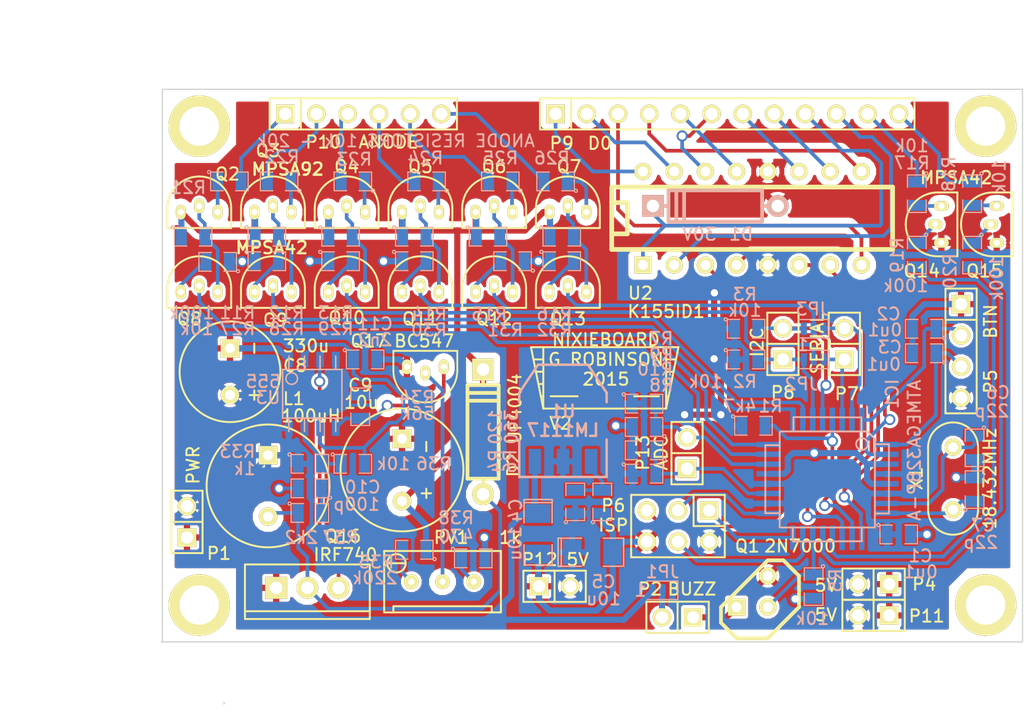
<source format=kicad_pcb>
(kicad_pcb (version 3) (host pcbnew "(2013-07-07 BZR 4022)-stable")
  (layers (15 F.Cu signal) (0 B.Cu signal) (18 B.Paste user) (19 F.Paste user) (20 B.SilkS user) (21 F.SilkS user) (22 B.Mask user) (23 F.Mask user) (28 Edge.Cuts user))
  (net 0 "")
  (net 1 /A0)
  (net 2 /A1)
  (net 3 /A2)
  (net 4 /A3)
  (net 5 /A4)
  (net 6 /A5)
  (net 7 /ADC6)
  (net 8 /ADC7)
  (net 9 /ADJ)
  (net 10 /AE0)
  (net 11 /AE1)
  (net 12 /AE2)
  (net 13 /AE3)
  (net 14 /AE4)
  (net 15 /AE5)
  (net 16 /BALARM)
  (net 17 /BIT0)
  (net 18 /BIT1)
  (net 19 /BIT2)
  (net 20 /BIT3)
  (net 21 /BUZ+)
  (net 22 /BUZ-)
  (net 23 /BUZZ)
  (net 24 /BZONE)
  (net 25 /C0)
  (net 26 /C1)
  (net 27 /C2)
  (net 28 /C3)
  (net 29 /C4)
  (net 30 /C5)
  (net 31 /C6)
  (net 32 /C7)
  (net 33 /C8)
  (net 34 /C9)
  (net 35 /CL)
  (net 36 /CLB)
  (net 37 /CLC)
  (net 38 /CR)
  (net 39 /CRB)
  (net 40 /CRC)
  (net 41 /HVSupply/DIS)
  (net 42 /HVSupply/FB)
  (net 43 /HVSupply/NPNC)
  (net 44 /HVSupply/OSC)
  (net 45 /HVSupply/RCFIL)
  (net 46 /HVSupply/RVN)
  (net 47 /HVSupply/RVP)
  (net 48 /HVSupply/TRG)
  (net 49 /HVSupply/VIN)
  (net 50 /HVSupply/VPUMP)
  (net 51 /LCOMMA)
  (net 52 /MISO)
  (net 53 /MOSI)
  (net 54 /NPNB0)
  (net 55 /NPNB1)
  (net 56 /NPNB2)
  (net 57 /NPNB3)
  (net 58 /NPNB4)
  (net 59 /NPNB5)
  (net 60 /PNPB0)
  (net 61 /PNPB1)
  (net 62 /PNPB2)
  (net 63 /PNPB3)
  (net 64 /PNPB4)
  (net 65 /PNPB5)
  (net 66 /RCOMMA)
  (net 67 /RESET)
  (net 68 /RXD)
  (net 69 /S0)
  (net 70 /S1)
  (net 71 /S2)
  (net 72 /S3)
  (net 73 /S4)
  (net 74 /S5)
  (net 75 /SCK)
  (net 76 /SCL)
  (net 77 /SDA)
  (net 78 /TXD)
  (net 79 /VCC)
  (net 80 /X1)
  (net 81 /X2)
  (net 82 GND)
  (net 83 HV)
  (module D4 (layer F.Cu) (at 186.1 147.9 90)
    (fp_text reference D2 (at -2.7 2.5 90) (layer F.SilkS) (effects (font (thickness 0.16))))
    (fp_text value UF4004 (at 1.9 2.6 90) (layer F.SilkS) (effects (font (thickness 0.16))))
    (pad 1 thru_hole circle (at -5.08 0 90) (size 1.778 1.778) (drill 1.016) (layers *.Cu *.Mask F.SilkS) (net 50 /HVSupply/VPUMP))
    (pad 2 thru_hole rect (at 5.08 0 90) (size 1.778 1.778) (drill 1.016) (layers *.Cu *.Mask F.SilkS) (net 83 HV))
  )
  (module D4 (layer B.Cu) (at 205 129.5 180)
    (fp_text reference D1 (at -2.1 -2.3 180) (layer B.SilkS) (effects (font (thickness 0.16)) (justify mirror)))
    (fp_text value 30V (at 1.3 -2.3 180) (layer B.SilkS) (effects (font (thickness 0.16)) (justify mirror)))
    (pad 1 thru_hole circle (at -5.08 0 180) (size 1.778 1.778) (drill 1.016) (layers *.Cu *.Mask B.SilkS) (net 82 GND))
    (pad 2 thru_hole rect (at 5.08 0 180) (size 1.778 1.778) (drill 1.016) (layers *.Cu *.Mask B.SilkS) (net 33 /C8))
  )
  (module DIP-16__300 (layer F.Cu) (at 208 130.5)
    (fp_text reference U2 (at -9.1 6.1) (layer F.SilkS) (effects (font (thickness 0.16))))
    (fp_text value K155ID1 (at -7 7.6) (layer F.SilkS) (effects (font (thickness 0.16))))
    (pad 1 thru_hole rect (at -8.89 3.81) (size 1.397 1.397) (drill 0.8128) (layers *.Cu *.Mask F.SilkS) (net 33 /C8))
    (pad 2 thru_hole circle (at -6.35 3.81) (size 1.397 1.397) (drill 0.8128) (layers *.Cu *.Mask F.SilkS) (net 34 /C9))
    (pad 3 thru_hole circle (at -3.81 3.81) (size 1.397 1.397) (drill 0.8128) (layers *.Cu *.Mask F.SilkS) (net 20 /BIT3))
    (pad 4 thru_hole circle (at -1.27 3.81) (size 1.397 1.397) (drill 0.8128) (layers *.Cu *.Mask F.SilkS) (net 17 /BIT0))
    (pad 5 thru_hole circle (at 1.27 3.81) (size 1.397 1.397) (drill 0.8128) (layers *.Cu *.Mask F.SilkS) (net 79 /VCC))
    (pad 6 thru_hole circle (at 3.81 3.81) (size 1.397 1.397) (drill 0.8128) (layers *.Cu *.Mask F.SilkS) (net 19 /BIT2))
    (pad 7 thru_hole circle (at 6.35 3.81) (size 1.397 1.397) (drill 0.8128) (layers *.Cu *.Mask F.SilkS) (net 18 /BIT1))
    (pad 8 thru_hole circle (at 8.89 3.81) (size 1.397 1.397) (drill 0.8128) (layers *.Cu *.Mask F.SilkS) (net 27 /C2))
    (pad 9 thru_hole circle (at 8.89 -3.81) (size 1.397 1.397) (drill 0.8128) (layers *.Cu *.Mask F.SilkS) (net 28 /C3))
    (pad 10 thru_hole circle (at 6.35 -3.81) (size 1.397 1.397) (drill 0.8128) (layers *.Cu *.Mask F.SilkS) (net 32 /C7))
    (pad 11 thru_hole circle (at 3.81 -3.81) (size 1.397 1.397) (drill 0.8128) (layers *.Cu *.Mask F.SilkS) (net 31 /C6))
    (pad 12 thru_hole circle (at 1.27 -3.81) (size 1.397 1.397) (drill 0.8128) (layers *.Cu *.Mask F.SilkS) (net 82 GND))
    (pad 13 thru_hole circle (at -1.27 -3.81) (size 1.397 1.397) (drill 0.8128) (layers *.Cu *.Mask F.SilkS) (net 29 /C4))
    (pad 14 thru_hole circle (at -3.81 -3.81) (size 1.397 1.397) (drill 0.8128) (layers *.Cu *.Mask F.SilkS) (net 30 /C5))
    (pad 15 thru_hole circle (at -6.35 -3.81) (size 1.397 1.397) (drill 0.8128) (layers *.Cu *.Mask F.SilkS) (net 26 /C1))
    (pad 16 thru_hole circle (at -8.89 -3.81) (size 1.397 1.397) (drill 0.8128) (layers *.Cu *.Mask F.SilkS) (net 25 /C0))
  )
  (module SM0805 (layer B.Cu) (at 162.5 132)
    (fp_text reference R11 (at 3.6 6.2) (layer B.SilkS) (effects (font (thickness 0.16)) (justify mirror)))
    (fp_text value 100k (at -0.1 6.2) (layer B.SilkS) (effects (font (thickness 0.16)) (justify mirror)))
    (pad 1 smd rect (at -0.9525 0) (size 0.889 1.397) (layers B.Cu B.Paste B.Mask) (net 83 HV))
    (pad 2 smd rect (at 0.9525 0) (size 0.889 1.397) (layers B.Cu B.Paste B.Mask) (net 60 /PNPB0))
  )
  (module SM0805 (layer B.Cu) (at 185.3 158.2)
    (fp_text reference R38 (at -1.4 -3.3) (layer B.SilkS) (effects (font (thickness 0.16)) (justify mirror)))
    (fp_text value 470 (at -1.4 -1.8) (layer B.SilkS) (effects (font (thickness 0.16)) (justify mirror)))
    (pad 1 smd rect (at -0.9525 0) (size 0.889 1.397) (layers B.Cu B.Paste B.Mask) (net 46 /HVSupply/RVN))
    (pad 2 smd rect (at 0.9525 0) (size 0.889 1.397) (layers B.Cu B.Paste B.Mask) (net 82 GND))
  )
  (module SM0805 (layer B.Cu) (at 192.5 134)
    (fp_text reference R32 (at -0.6 5.6) (layer B.SilkS) (effects (font (thickness 0.16)) (justify mirror)))
    (fp_text value 10k hide)
    (pad 1 smd rect (at -0.9525 0) (size 0.889 1.397) (layers B.Cu B.Paste B.Mask) (net 82 GND))
    (pad 2 smd rect (at 0.9525 0) (size 0.889 1.397) (layers B.Cu B.Paste B.Mask) (net 59 /NPNB5))
  )
  (module SM0805 (layer B.Cu) (at 180.5 157.5 180)
    (fp_text reference R35 (at 3.1 -1 180) (layer B.SilkS) (effects (font (thickness 0.16)) (justify mirror)))
    (fp_text value 220k (at 3.2 -2.3 180) (layer B.SilkS) (effects (font (thickness 0.16)) (justify mirror)))
    (pad 1 smd rect (at -0.9525 0 180) (size 0.889 1.397) (layers B.Cu B.Paste B.Mask) (net 83 HV))
    (pad 2 smd rect (at 0.9525 0 180) (size 0.889 1.397) (layers B.Cu B.Paste B.Mask) (net 47 /HVSupply/RVP))
  )
  (module SM0805 (layer B.Cu) (at 207.5 139.5)
    (fp_text reference R3 (at -0.1 -2.8) (layer B.SilkS) (effects (font (thickness 0.16)) (justify mirror)))
    (fp_text value 10k (at -0.1 -1.5) (layer B.SilkS) (effects (font (thickness 0.16)) (justify mirror)))
    (pad 1 smd rect (at -0.9525 0) (size 0.889 1.397) (layers B.Cu B.Paste B.Mask) (net 79 /VCC))
    (pad 2 smd rect (at 0.9525 0) (size 0.889 1.397) (layers B.Cu B.Paste B.Mask) (net 76 /SCL))
  )
  (module SM0805 (layer B.Cu) (at 207.5 142)
    (fp_text reference R2 (at -0.1 1.8) (layer B.SilkS) (effects (font (thickness 0.16)) (justify mirror)))
    (fp_text value 10k (at -3.3 1.8) (layer B.SilkS) (effects (font (thickness 0.16)) (justify mirror)))
    (pad 1 smd rect (at -0.9525 0) (size 0.889 1.397) (layers B.Cu B.Paste B.Mask) (net 79 /VCC))
    (pad 2 smd rect (at 0.9525 0) (size 0.889 1.397) (layers B.Cu B.Paste B.Mask) (net 77 /SDA))
  )
  (module SM0805 (layer B.Cu) (at 221.4 133.5 270)
    (fp_text reference R19 (at 0 1.6 270) (layer B.SilkS) (effects (font (thickness 0.16)) (justify mirror)))
    (fp_text value 100k (at 2.5 0.9 360) (layer B.SilkS) (effects (font (thickness 0.16)) (justify mirror)))
    (pad 1 smd rect (at -0.9525 0 270) (size 0.889 1.397) (layers B.Cu B.Paste B.Mask) (net 36 /CLB))
    (pad 2 smd rect (at 0.9525 0 270) (size 0.889 1.397) (layers B.Cu B.Paste B.Mask) (net 51 /LCOMMA))
  )
  (module SM0805 (layer B.Cu) (at 176.1 145.85 270)
    (fp_text reference R34 (at -0.75 -4.6 360) (layer B.SilkS) (effects (font (thickness 0.16)) (justify mirror)))
    (fp_text value 56k (at 0.55 -4.7 360) (layer B.SilkS) (effects (font (thickness 0.16)) (justify mirror)))
    (pad 1 smd rect (at -0.9525 0 270) (size 0.889 1.397) (layers B.Cu B.Paste B.Mask) (net 49 /HVSupply/VIN))
    (pad 2 smd rect (at 0.9525 0 270) (size 0.889 1.397) (layers B.Cu B.Paste B.Mask) (net 43 /HVSupply/NPNC))
  )
  (module SM0805 (layer B.Cu) (at 175.5 150.5)
    (fp_text reference R36 (at 6.6 0) (layer B.SilkS) (effects (font (thickness 0.16)) (justify mirror)))
    (fp_text value 10k (at 3.3 0) (layer B.SilkS) (effects (font (thickness 0.16)) (justify mirror)))
    (pad 1 smd rect (at -0.9525 0) (size 0.889 1.397) (layers B.Cu B.Paste B.Mask) (net 41 /HVSupply/DIS))
    (pad 2 smd rect (at 0.9525 0) (size 0.889 1.397) (layers B.Cu B.Paste B.Mask) (net 48 /HVSupply/TRG))
  )
  (module SM0805 (layer B.Cu) (at 165.4525 127.5)
    (fp_text reference R21 (at -3.3525 0.5) (layer B.SilkS) (effects (font (thickness 0.16)) (justify mirror)))
    (fp_text value R hide)
    (pad 1 smd rect (at -0.9525 0) (size 0.889 1.397) (layers B.Cu B.Paste B.Mask) (net 10 /AE0))
    (pad 2 smd rect (at 0.9525 0) (size 0.889 1.397) (layers B.Cu B.Paste B.Mask) (net 1 /A0))
  )
  (module SM0805 (layer B.Cu) (at 199.2 149.4 180)
    (fp_text reference R10 (at -0.9 6.6 180) (layer B.SilkS) (effects (font (thickness 0.16)) (justify mirror)))
    (fp_text value R hide)
    (pad 1 smd rect (at -0.9525 0 180) (size 0.889 1.397) (layers B.Cu B.Paste B.Mask) (net 7 /ADC6))
    (pad 2 smd rect (at 0.9525 0 180) (size 0.889 1.397) (layers B.Cu B.Paste B.Mask) (net 82 GND))
  )
  (module SM0805 (layer B.Cu) (at 172 150.5)
    (fp_text reference R33 (at -5.9 -1) (layer B.SilkS) (effects (font (thickness 0.16)) (justify mirror)))
    (fp_text value 1k (at -5.3 0.4) (layer B.SilkS) (effects (font (thickness 0.16)) (justify mirror)))
    (pad 1 smd rect (at -0.9525 0) (size 0.889 1.397) (layers B.Cu B.Paste B.Mask) (net 49 /HVSupply/VIN))
    (pad 2 smd rect (at 0.9525 0) (size 0.889 1.397) (layers B.Cu B.Paste B.Mask) (net 41 /HVSupply/DIS))
  )
  (module SM0805 (layer B.Cu) (at 199.2 145.6)
    (fp_text reference R7 (at 1.4 -5.3) (layer B.SilkS) (effects (font (thickness 0.16)) (justify mirror)))
    (fp_text value R hide)
    (pad 1 smd rect (at -0.9525 0) (size 0.889 1.397) (layers B.Cu B.Paste B.Mask) (net 79 /VCC))
    (pad 2 smd rect (at 0.9525 0) (size 0.889 1.397) (layers B.Cu B.Paste B.Mask) (net 8 /ADC7))
  )
  (module SM0805 (layer B.Cu) (at 199.2 147.5 180)
    (fp_text reference R9 (at -1.4 5.9 180) (layer B.SilkS) (effects (font (thickness 0.16)) (justify mirror)))
    (fp_text value R hide)
    (pad 1 smd rect (at -0.9525 0 180) (size 0.889 1.397) (layers B.Cu B.Paste B.Mask) (net 8 /ADC7))
    (pad 2 smd rect (at 0.9525 0 180) (size 0.889 1.397) (layers B.Cu B.Paste B.Mask) (net 82 GND))
  )
  (module SM0805 (layer B.Cu) (at 219.925 156.25)
    (fp_text reference C1 (at 1.775 1.75) (layer B.SilkS) (effects (font (thickness 0.16)) (justify mirror)))
    (fp_text value 0u1 (at 1.775 3.05) (layer B.SilkS) (effects (font (thickness 0.16)) (justify mirror)))
    (pad 1 smd rect (at -0.9525 0) (size 0.889 1.397) (layers B.Cu B.Paste B.Mask) (net 79 /VCC))
    (pad 2 smd rect (at 0.9525 0) (size 0.889 1.397) (layers B.Cu B.Paste B.Mask) (net 82 GND))
  )
  (module SM0805 (layer B.Cu) (at 195.8 153.6 90)
    (fp_text reference R6 (at 3.3 -7.5 90) (layer B.SilkS) (effects (font (thickness 0.16)) (justify mirror)))
    (fp_text value 360 (at 6.1 -7.4 90) (layer B.SilkS) (effects (font (thickness 0.16)) (justify mirror)))
    (pad 1 smd rect (at -0.9525 0 90) (size 0.889 1.397) (layers B.Cu B.Paste B.Mask) (net 82 GND))
    (pad 2 smd rect (at 0.9525 0 90) (size 0.889 1.397) (layers B.Cu B.Paste B.Mask) (net 9 /ADJ))
  )
  (module SM0805 (layer B.Cu) (at 193.6 153.6 90)
    (fp_text reference R4 (at 3.3 -6.5 90) (layer B.SilkS) (effects (font (thickness 0.16)) (justify mirror)))
    (fp_text value 120 (at 6.1 -6.5 90) (layer B.SilkS) (effects (font (thickness 0.16)) (justify mirror)))
    (pad 1 smd rect (at -0.9525 0 90) (size 0.889 1.397) (layers B.Cu B.Paste B.Mask) (net 79 /VCC))
    (pad 2 smd rect (at 0.9525 0 90) (size 0.889 1.397) (layers B.Cu B.Paste B.Mask) (net 9 /ADJ))
  )
  (module SM0805 (layer B.Cu) (at 192 127.5 180)
    (fp_text reference R26 (at 0.3 1.9 180) (layer B.SilkS) (effects (font (thickness 0.16)) (justify mirror)))
    (fp_text value R hide)
    (pad 1 smd rect (at -0.9525 0 180) (size 0.889 1.397) (layers B.Cu B.Paste B.Mask) (net 15 /AE5))
    (pad 2 smd rect (at 0.9525 0 180) (size 0.889 1.397) (layers B.Cu B.Paste B.Mask) (net 6 /A5))
  )
  (module SM0805 (layer B.Cu) (at 222 139.5 180)
    (fp_text reference C2 (at 2.9 1.2 180) (layer B.SilkS) (effects (font (thickness 0.16)) (justify mirror)))
    (fp_text value 0u1 (at 3.2 -0.1 180) (layer B.SilkS) (effects (font (thickness 0.16)) (justify mirror)))
    (pad 1 smd rect (at -0.9525 0 180) (size 0.889 1.397) (layers B.Cu B.Paste B.Mask) (net 16 /BALARM))
    (pad 2 smd rect (at 0.9525 0 180) (size 0.889 1.397) (layers B.Cu B.Paste B.Mask) (net 82 GND))
  )
  (module SM0805 (layer B.Cu) (at 222 141.5 180)
    (fp_text reference C3 (at 2.8 0.5 180) (layer B.SilkS) (effects (font (thickness 0.16)) (justify mirror)))
    (fp_text value 0u1 (at 3.3 -0.9 180) (layer B.SilkS) (effects (font (thickness 0.16)) (justify mirror)))
    (pad 1 smd rect (at -0.9525 0 180) (size 0.889 1.397) (layers B.Cu B.Paste B.Mask) (net 24 /BZONE))
    (pad 2 smd rect (at 0.9525 0 180) (size 0.889 1.397) (layers B.Cu B.Paste B.Mask) (net 82 GND))
  )
  (module SM0805 (layer B.Cu) (at 199.2 151.3)
    (fp_text reference R8 (at 1.4 -7.2) (layer B.SilkS) (effects (font (thickness 0.16)) (justify mirror)))
    (fp_text value R hide)
    (pad 1 smd rect (at -0.9525 0) (size 0.889 1.397) (layers B.Cu B.Paste B.Mask) (net 79 /VCC))
    (pad 2 smd rect (at 0.9525 0) (size 0.889 1.397) (layers B.Cu B.Paste B.Mask) (net 7 /ADC6))
  )
  (module SM0805 (layer B.Cu) (at 192.5 132)
    (fp_text reference R16 (at -0.6 6.3) (layer B.SilkS) (effects (font (thickness 0.16)) (justify mirror)))
    (fp_text value 100k hide)
    (pad 1 smd rect (at -0.9525 0) (size 0.889 1.397) (layers B.Cu B.Paste B.Mask) (net 83 HV))
    (pad 2 smd rect (at 0.9525 0) (size 0.889 1.397) (layers B.Cu B.Paste B.Mask) (net 65 /PNPB5))
  )
  (module SM0805 (layer B.Cu) (at 225.9 128.5 270)
    (fp_text reference R18 (at -1.6 1.9 270) (layer B.SilkS) (effects (font (thickness 0.16)) (justify mirror)))
    (fp_text value 10k (at -1.4 -2.2 270) (layer B.SilkS) (effects (font (thickness 0.16)) (justify mirror)))
    (pad 1 smd rect (at -0.9525 0 270) (size 0.889 1.397) (layers B.Cu B.Paste B.Mask) (net 38 /CR))
    (pad 2 smd rect (at 0.9525 0 270) (size 0.889 1.397) (layers B.Cu B.Paste B.Mask) (net 40 /CRC))
  )
  (module SM0805 (layer B.Cu) (at 221.4 128.5 270)
    (fp_text reference R17 (at -2.5 0.4 360) (layer B.SilkS) (effects (font (thickness 0.16)) (justify mirror)))
    (fp_text value 10k (at -3.9 0.4 360) (layer B.SilkS) (effects (font (thickness 0.16)) (justify mirror)))
    (pad 1 smd rect (at -0.9525 0 270) (size 0.889 1.397) (layers B.Cu B.Paste B.Mask) (net 35 /CL))
    (pad 2 smd rect (at 0.9525 0 270) (size 0.889 1.397) (layers B.Cu B.Paste B.Mask) (net 37 /CLC))
  )
  (module SM0805 (layer B.Cu) (at 187.5 127.5 180)
    (fp_text reference R25 (at 0 1.9 180) (layer B.SilkS) (effects (font (thickness 0.16)) (justify mirror)))
    (fp_text value R hide)
    (pad 1 smd rect (at -0.9525 0 180) (size 0.889 1.397) (layers B.Cu B.Paste B.Mask) (net 14 /AE4))
    (pad 2 smd rect (at 0.9525 0 180) (size 0.889 1.397) (layers B.Cu B.Paste B.Mask) (net 5 /A4))
  )
  (module SM0805 (layer B.Cu) (at 188.5 134 180)
    (fp_text reference R31 (at 0.6 -5.6 180) (layer B.SilkS) (effects (font (thickness 0.16)) (justify mirror)))
    (fp_text value 10k hide)
    (pad 1 smd rect (at -0.9525 0 180) (size 0.889 1.397) (layers B.Cu B.Paste B.Mask) (net 82 GND))
    (pad 2 smd rect (at 0.9525 0 180) (size 0.889 1.397) (layers B.Cu B.Paste B.Mask) (net 58 /NPNB4))
  )
  (module SM0805 (layer B.Cu) (at 186.5 132)
    (fp_text reference R15 (at 0.1 6.3) (layer B.SilkS) (effects (font (thickness 0.16)) (justify mirror)))
    (fp_text value 100k hide)
    (pad 1 smd rect (at -0.9525 0) (size 0.889 1.397) (layers B.Cu B.Paste B.Mask) (net 83 HV))
    (pad 2 smd rect (at 0.9525 0) (size 0.889 1.397) (layers B.Cu B.Paste B.Mask) (net 64 /PNPB4))
  )
  (module SM0805 (layer B.Cu) (at 172 152.5 180)
    (fp_text reference C10 (at -4.3 0.1 180) (layer B.SilkS) (effects (font (thickness 0.16)) (justify mirror)))
    (fp_text value 100p (at -3.8 -1.3 180) (layer B.SilkS) (effects (font (thickness 0.16)) (justify mirror)))
    (pad 1 smd rect (at -0.9525 0 180) (size 0.889 1.397) (layers B.Cu B.Paste B.Mask) (net 45 /HVSupply/RCFIL))
    (pad 2 smd rect (at 0.9525 0 180) (size 0.889 1.397) (layers B.Cu B.Paste B.Mask) (net 82 GND))
  )
  (module SM0805 (layer B.Cu) (at 181.5 127.5 180)
    (fp_text reference R24 (at 0.1 1.9 180) (layer B.SilkS) (effects (font (thickness 0.16)) (justify mirror)))
    (fp_text value R hide)
    (pad 1 smd rect (at -0.9525 0 180) (size 0.889 1.397) (layers B.Cu B.Paste B.Mask) (net 13 /AE3))
    (pad 2 smd rect (at 0.9525 0 180) (size 0.889 1.397) (layers B.Cu B.Paste B.Mask) (net 4 /A3))
  )
  (module SM0805 (layer B.Cu) (at 180.5 134)
    (fp_text reference R30 (at 1.2 5.6) (layer B.SilkS) (effects (font (thickness 0.16)) (justify mirror)))
    (fp_text value 10k hide)
    (pad 1 smd rect (at -0.9525 0) (size 0.889 1.397) (layers B.Cu B.Paste B.Mask) (net 82 GND))
    (pad 2 smd rect (at 0.9525 0) (size 0.889 1.397) (layers B.Cu B.Paste B.Mask) (net 57 /NPNB3))
  )
  (module SM0805 (layer B.Cu) (at 164.5 134.05 180)
    (fp_text reference R27 (at -1.6 -5.45 180) (layer B.SilkS) (effects (font (thickness 0.16)) (justify mirror)))
    (fp_text value 10k (at 1.7 -5.45 180) (layer B.SilkS) (effects (font (thickness 0.16)) (justify mirror)))
    (pad 1 smd rect (at -0.9525 0 180) (size 0.889 1.397) (layers B.Cu B.Paste B.Mask) (net 82 GND))
    (pad 2 smd rect (at 0.9525 0 180) (size 0.889 1.397) (layers B.Cu B.Paste B.Mask) (net 54 /NPNB0))
  )
  (module SM0805 (layer B.Cu) (at 226.1 152.6 90)
    (fp_text reference C7 (at -2.9 0.7 180) (layer B.SilkS) (effects (font (thickness 0.16)) (justify mirror)))
    (fp_text value 22p (at -4.3 0.5 180) (layer B.SilkS) (effects (font (thickness 0.16)) (justify mirror)))
    (pad 1 smd rect (at -0.9525 0 90) (size 0.889 1.397) (layers B.Cu B.Paste B.Mask) (net 81 /X2))
    (pad 2 smd rect (at 0.9525 0 90) (size 0.889 1.397) (layers B.Cu B.Paste B.Mask) (net 82 GND))
  )
  (module SM0805 (layer B.Cu) (at 226.1 149.2 270)
    (fp_text reference C6 (at -4.5 -1.9 360) (layer B.SilkS) (effects (font (thickness 0.16)) (justify mirror)))
    (fp_text value 22p (at -3 -1.4 360) (layer B.SilkS) (effects (font (thickness 0.16)) (justify mirror)))
    (pad 1 smd rect (at -0.9525 0 270) (size 0.889 1.397) (layers B.Cu B.Paste B.Mask) (net 80 /X1))
    (pad 2 smd rect (at 0.9525 0 270) (size 0.889 1.397) (layers B.Cu B.Paste B.Mask) (net 82 GND))
  )
  (module SM0805 (layer B.Cu) (at 175.5 127.5 180)
    (fp_text reference R23 (at -0.1 1.8 180) (layer B.SilkS) (effects (font (thickness 0.16)) (justify mirror)))
    (fp_text value R hide)
    (pad 1 smd rect (at -0.9525 0 180) (size 0.889 1.397) (layers B.Cu B.Paste B.Mask) (net 12 /AE2))
    (pad 2 smd rect (at 0.9525 0 180) (size 0.889 1.397) (layers B.Cu B.Paste B.Mask) (net 3 /A2))
  )
  (module SM0805 (layer B.Cu) (at 174.5 134)
    (fp_text reference R29 (at -0.4 5.5) (layer B.SilkS) (effects (font (thickness 0.16)) (justify mirror)))
    (fp_text value 10k hide)
    (pad 1 smd rect (at -0.9525 0) (size 0.889 1.397) (layers B.Cu B.Paste B.Mask) (net 82 GND))
    (pad 2 smd rect (at 0.9525 0) (size 0.889 1.397) (layers B.Cu B.Paste B.Mask) (net 56 /NPNB2))
  )
  (module SM0805 (layer B.Cu) (at 174.5 132)
    (fp_text reference R13 (at -0.4 6.2) (layer B.SilkS) (effects (font (thickness 0.16)) (justify mirror)))
    (fp_text value 100k hide)
    (pad 1 smd rect (at -0.9525 0) (size 0.889 1.397) (layers B.Cu B.Paste B.Mask) (net 83 HV))
    (pad 2 smd rect (at 0.9525 0) (size 0.889 1.397) (layers B.Cu B.Paste B.Mask) (net 62 /PNPB2))
  )
  (module SM0805 (layer B.Cu) (at 172 154.5)
    (fp_text reference R37 (at 2.5 2) (layer B.SilkS) (effects (font (thickness 0.16)) (justify mirror)))
    (fp_text value 2k2 (at -0.7 2) (layer B.SilkS) (effects (font (thickness 0.16)) (justify mirror)))
    (pad 1 smd rect (at -0.9525 0) (size 0.889 1.397) (layers B.Cu B.Paste B.Mask) (net 50 /HVSupply/VPUMP))
    (pad 2 smd rect (at 0.9525 0) (size 0.889 1.397) (layers B.Cu B.Paste B.Mask) (net 45 /HVSupply/RCFIL))
  )
  (module SM0805 (layer B.Cu) (at 208.1 147.4)
    (fp_text reference R1 (at 1.4 -1.6) (layer B.SilkS) (effects (font (thickness 0.16)) (justify mirror)))
    (fp_text value 4k7 (at -1.1 -1.6) (layer B.SilkS) (effects (font (thickness 0.16)) (justify mirror)))
    (pad 1 smd rect (at -0.9525 0) (size 0.889 1.397) (layers B.Cu B.Paste B.Mask) (net 79 /VCC))
    (pad 2 smd rect (at 0.9525 0) (size 0.889 1.397) (layers B.Cu B.Paste B.Mask) (net 67 /RESET))
  )
  (module SM0805 (layer B.Cu) (at 169.5 127.5 180)
    (fp_text reference R22 (at -0.2 2 180) (layer B.SilkS) (effects (font (thickness 0.16)) (justify mirror)))
    (fp_text value R hide)
    (pad 1 smd rect (at -0.9525 0 180) (size 0.889 1.397) (layers B.Cu B.Paste B.Mask) (net 11 /AE1))
    (pad 2 smd rect (at 0.9525 0 180) (size 0.889 1.397) (layers B.Cu B.Paste B.Mask) (net 2 /A1))
  )
  (module SM0805 (layer B.Cu) (at 168.5 134)
    (fp_text reference R28 (at 1.6 5.5) (layer B.SilkS) (effects (font (thickness 0.16)) (justify mirror)))
    (fp_text value 10k hide)
    (pad 1 smd rect (at -0.9525 0) (size 0.889 1.397) (layers B.Cu B.Paste B.Mask) (net 82 GND))
    (pad 2 smd rect (at 0.9525 0) (size 0.889 1.397) (layers B.Cu B.Paste B.Mask) (net 55 /NPNB1))
  )
  (module SM0805 (layer B.Cu) (at 168.5 132)
    (fp_text reference R12 (at 1.6 6.2) (layer B.SilkS) (effects (font (thickness 0.16)) (justify mirror)))
    (fp_text value 100k hide)
    (pad 1 smd rect (at -0.9525 0) (size 0.889 1.397) (layers B.Cu B.Paste B.Mask) (net 83 HV))
    (pad 2 smd rect (at 0.9525 0) (size 0.889 1.397) (layers B.Cu B.Paste B.Mask) (net 61 /PNPB1))
  )
  (module SM0805 (layer B.Cu) (at 225.9 133.5 270)
    (fp_text reference R20 (at 1.3 1.8 270) (layer B.SilkS) (effects (font (thickness 0.16)) (justify mirror)))
    (fp_text value 100k (at 1.9 -2 270) (layer B.SilkS) (effects (font (thickness 0.16)) (justify mirror)))
    (pad 1 smd rect (at -0.9525 0 270) (size 0.889 1.397) (layers B.Cu B.Paste B.Mask) (net 39 /CRB))
    (pad 2 smd rect (at 0.9525 0 270) (size 0.889 1.397) (layers B.Cu B.Paste B.Mask) (net 66 /RCOMMA))
  )
  (module SM0805 (layer B.Cu) (at 176.5 142)
    (fp_text reference C11 (at 0.8 -2.9) (layer B.SilkS) (effects (font (thickness 0.16)) (justify mirror)))
    (fp_text value 2n2 (at 0.8 -1.6) (layer B.SilkS) (effects (font (thickness 0.16)) (justify mirror)))
    (pad 1 smd rect (at -0.9525 0) (size 0.889 1.397) (layers B.Cu B.Paste B.Mask) (net 48 /HVSupply/TRG))
    (pad 2 smd rect (at 0.9525 0) (size 0.889 1.397) (layers B.Cu B.Paste B.Mask) (net 82 GND))
  )
  (module SM0805 (layer B.Cu) (at 180.5 132)
    (fp_text reference R14 (at 1.2 6.3) (layer B.SilkS) (effects (font (thickness 0.16)) (justify mirror)))
    (fp_text value 100k hide)
    (pad 1 smd rect (at -0.9525 0) (size 0.889 1.397) (layers B.Cu B.Paste B.Mask) (net 83 HV))
    (pad 2 smd rect (at 0.9525 0) (size 0.889 1.397) (layers B.Cu B.Paste B.Mask) (net 63 /PNPB3))
  )
  (module so-8 (layer B.Cu) (at 172.2 144.8)
    (fp_text reference U3 (at -3.6 0.3) (layer B.SilkS) (effects (font (thickness 0.16)) (justify mirror)))
    (fp_text value 555 (at -4 -1) (layer B.SilkS) (effects (font (thickness 0.16)) (justify mirror)))
    (pad 1 smd rect (at -1.905 -2.794) (size 0.635 1.27) (layers B.Cu B.Paste B.Mask) (net 82 GND))
    (pad 2 smd rect (at -0.635 -2.794) (size 0.635 1.27) (layers B.Cu B.Paste B.Mask) (net 48 /HVSupply/TRG))
    (pad 3 smd rect (at 0.635 -2.794) (size 0.635 1.27) (layers B.Cu B.Paste B.Mask) (net 44 /HVSupply/OSC))
    (pad 4 smd rect (at 1.905 -2.794) (size 0.635 1.27) (layers B.Cu B.Paste B.Mask) (net 49 /HVSupply/VIN))
    (pad 5 smd rect (at 1.905 2.794) (size 0.635 1.27) (layers B.Cu B.Paste B.Mask) (net 43 /HVSupply/NPNC))
    (pad 6 smd rect (at 0.635 2.794) (size 0.635 1.27) (layers B.Cu B.Paste B.Mask) (net 48 /HVSupply/TRG))
    (pad 7 smd rect (at -0.635 2.794) (size 0.635 1.27) (layers B.Cu B.Paste B.Mask) (net 41 /HVSupply/DIS))
    (pad 8 smd rect (at -1.905 2.794) (size 0.635 1.27) (layers B.Cu B.Paste B.Mask) (net 49 /HVSupply/VIN))
  )
  (module TQFP32 (layer B.Cu) (at 214.1 151.75 180)
    (fp_text reference IC1 (at -5.3 6.95 270) (layer B.SilkS) (effects (font (thickness 0.16)) (justify mirror)))
    (fp_text value ATMEGA328P-A (at -7.1 2.35 270) (layer B.SilkS) (effects (font (thickness 0.16)) (justify mirror)))
    (pad 8 smd rect (at -4.81584 -2.77622 180) (size 1.99898 0.44958) (layers B.Cu B.Paste B.Mask) (net 81 /X2))
    (pad 7 smd rect (at -4.81584 -1.97612 180) (size 1.99898 0.44958) (layers B.Cu B.Paste B.Mask) (net 80 /X1))
    (pad 6 smd rect (at -4.81584 -1.17602 180) (size 1.99898 0.44958) (layers B.Cu B.Paste B.Mask) (net 79 /VCC))
    (pad 5 smd rect (at -4.81584 -0.37592 180) (size 1.99898 0.44958) (layers B.Cu B.Paste B.Mask) (net 82 GND))
    (pad 4 smd rect (at -4.81584 0.42418 180) (size 1.99898 0.44958) (layers B.Cu B.Paste B.Mask) (net 79 /VCC))
    (pad 3 smd rect (at -4.81584 1.22428 180) (size 1.99898 0.44958) (layers B.Cu B.Paste B.Mask) (net 82 GND))
    (pad 2 smd rect (at -4.81584 2.02438 180) (size 1.99898 0.44958) (layers B.Cu B.Paste B.Mask) (net 17 /BIT0))
    (pad 1 smd rect (at -4.81584 2.82448 180) (size 1.99898 0.44958) (layers B.Cu B.Paste B.Mask) (net 24 /BZONE))
    (pad 24 smd rect (at 4.7498 2.8194 180) (size 1.99898 0.44958) (layers B.Cu B.Paste B.Mask) (net 70 /S1))
    (pad 17 smd rect (at 4.7498 -2.794 180) (size 1.99898 0.44958) (layers B.Cu B.Paste B.Mask) (net 75 /SCK))
    (pad 18 smd rect (at 4.7498 -1.9812 180) (size 1.99898 0.44958) (layers B.Cu B.Paste B.Mask) (net 79 /VCC))
    (pad 19 smd rect (at 4.7498 -1.1684 180) (size 1.99898 0.44958) (layers B.Cu B.Paste B.Mask) (net 7 /ADC6))
    (pad 20 smd rect (at 4.7498 -0.381 180) (size 1.99898 0.44958) (layers B.Cu B.Paste B.Mask) (net 79 /VCC))
    (pad 21 smd rect (at 4.7498 0.4318 180) (size 1.99898 0.44958) (layers B.Cu B.Paste B.Mask) (net 82 GND))
    (pad 22 smd rect (at 4.7498 1.2192 180) (size 1.99898 0.44958) (layers B.Cu B.Paste B.Mask) (net 8 /ADC7))
    (pad 23 smd rect (at 4.7498 2.032 180) (size 1.99898 0.44958) (layers B.Cu B.Paste B.Mask) (net 69 /S0))
    (pad 32 smd rect (at -2.82448 4.826 180) (size 0.44958 1.99898) (layers B.Cu B.Paste B.Mask) (net 16 /BALARM))
    (pad 31 smd rect (at -2.02692 4.826 180) (size 0.44958 1.99898) (layers B.Cu B.Paste B.Mask) (net 78 /TXD))
    (pad 30 smd rect (at -1.22428 4.826 180) (size 0.44958 1.99898) (layers B.Cu B.Paste B.Mask) (net 68 /RXD))
    (pad 29 smd rect (at -0.42672 4.826 180) (size 0.44958 1.99898) (layers B.Cu B.Paste B.Mask) (net 67 /RESET))
    (pad 28 smd rect (at 0.37592 4.826 180) (size 0.44958 1.99898) (layers B.Cu B.Paste B.Mask) (net 76 /SCL))
    (pad 27 smd rect (at 1.17348 4.826 180) (size 0.44958 1.99898) (layers B.Cu B.Paste B.Mask) (net 77 /SDA))
    (pad 26 smd rect (at 1.97612 4.826 180) (size 0.44958 1.99898) (layers B.Cu B.Paste B.Mask) (net 72 /S3))
    (pad 25 smd rect (at 2.77368 4.826 180) (size 0.44958 1.99898) (layers B.Cu B.Paste B.Mask) (net 71 /S2))
    (pad 9 smd rect (at -2.8194 -4.7752 180) (size 0.44958 1.99898) (layers B.Cu B.Paste B.Mask) (net 18 /BIT1))
    (pad 10 smd rect (at -2.032 -4.7752 180) (size 0.44958 1.99898) (layers B.Cu B.Paste B.Mask) (net 19 /BIT2))
    (pad 11 smd rect (at -1.2192 -4.7752 180) (size 0.44958 1.99898) (layers B.Cu B.Paste B.Mask) (net 20 /BIT3))
    (pad 12 smd rect (at -0.4318 -4.7752 180) (size 0.44958 1.99898) (layers B.Cu B.Paste B.Mask) (net 51 /LCOMMA))
    (pad 13 smd rect (at 0.3556 -4.7752 180) (size 0.44958 1.99898) (layers B.Cu B.Paste B.Mask) (net 66 /RCOMMA))
    (pad 14 smd rect (at 1.1684 -4.7752 180) (size 0.44958 1.99898) (layers B.Cu B.Paste B.Mask) (net 23 /BUZZ))
    (pad 15 smd rect (at 1.9812 -4.7752 180) (size 0.44958 1.99898) (layers B.Cu B.Paste B.Mask) (net 53 /MOSI))
    (pad 16 smd rect (at 2.794 -4.7752 180) (size 0.44958 1.99898) (layers B.Cu B.Paste B.Mask) (net 52 /MISO))
  )
  (module JUMPER_SMD (layer B.Cu) (at 200.7 160.8)
    (fp_text reference JP1 (at 0 -1.5) (layer B.SilkS) (effects (font (thickness 0.16)) (justify mirror)))
    (fp_text value VBUZZ hide)
    (fp_text user 1 (at -1.8 0) (layer B.SilkS) (effects (font (thickness 0.16)) (justify mirror)))
    (pad 1 smd rect (at -0.8 0) (size 0.5 1) (layers B.Cu B.Paste B.Mask) (net 49 /HVSupply/VIN))
    (pad 2 smd rect (at 0 0) (size 0.5 1) (layers B.Cu B.Paste B.Mask) (net 21 /BUZ+))
    (pad 3 smd rect (at 0.8 0) (size 0.5 1) (layers B.Cu B.Paste B.Mask) (net 79 /VCC))
  )
  (module JUMPER_SMD (layer B.Cu) (at 213 142)
    (fp_text reference JP2 (at -1 2) (layer B.SilkS) (effects (font (thickness 0.16)) (justify mirror)))
    (fp_text value S4/SDA hide)
    (pad 1 smd rect (at -0.8 0) (size 0.5 1) (layers B.Cu B.Paste B.Mask) (net 77 /SDA))
    (pad 2 smd rect (at 0 0) (size 0.5 1) (layers B.Cu B.Paste B.Mask) (net 73 /S4))
    (pad 3 smd rect (at 0.8 0) (size 0.5 1) (layers B.Cu B.Paste B.Mask) (net 68 /RXD))
  )
  (module JUMPER_SMD (layer B.Cu) (at 213 139.5)
    (fp_text reference JP3 (at -0.1 -1.6) (layer B.SilkS) (effects (font (thickness 0.16)) (justify mirror)))
    (fp_text value S5/SCL hide)
    (fp_text user 1 (at -0.9 1.3) (layer B.SilkS) (effects (font (thickness 0.16)) (justify mirror)))
    (pad 1 smd rect (at -0.8 0) (size 0.5 1) (layers B.Cu B.Paste B.Mask) (net 76 /SCL))
    (pad 2 smd rect (at 0 0) (size 0.5 1) (layers B.Cu B.Paste B.Mask) (net 74 /S5))
    (pad 3 smd rect (at 0.8 0) (size 0.5 1) (layers B.Cu B.Paste B.Mask) (net 78 /TXD))
  )
  (module TO92-S-321 (layer F.Cu) (at 181.4 142.6 180)
    (fp_text reference Q17 (at 4.6 2.1 180) (layer F.SilkS) (effects (font (thickness 0.16))))
    (fp_text value BC547 (at 0.1 2.1 180) (layer F.SilkS) (effects (font (thickness 0.16))))
    (pad 3 thru_hole oval (at -1.5 0 180) (size 0.8 1.2) (drill 0.5) (layers *.Cu *.Mask F.SilkS) (net 43 /HVSupply/NPNC))
    (pad 2 thru_hole oval (at 0 -0.5 180) (size 0.8 1.2) (drill 0.5) (layers *.Cu *.Mask F.SilkS) (net 42 /HVSupply/FB))
    (pad 1 thru_hole oval (at 1.5 0 180) (size 0.8 1.2) (drill 0.5) (layers *.Cu *.Mask F.SilkS) (net 82 GND))
  )
  (module SCREW_M3 (layer F.Cu) (at 163 123)
    (fp_text reference SCREW_M3 hide)
    (fp_text value VAL** hide)
    (pad 1 thru_hole circle (at 0 0) (size 5.00126 5.00126) (drill 3.2004) (layers *.Cu *.Mask F.SilkS))
  )
  (module SCREW_M3 (layer F.Cu) (at 227 123)
    (fp_text reference SCREW_M3 hide)
    (fp_text value VAL** hide)
    (pad 1 thru_hole circle (at 0 0) (size 5.00126 5.00126) (drill 3.2004) (layers *.Cu *.Mask F.SilkS))
  )
  (module SCREW_M3 (layer F.Cu) (at 227 162)
    (fp_text reference SCREW_M3 hide)
    (fp_text value VAL** hide)
    (pad 1 thru_hole circle (at 0 0) (size 5.00126 5.00126) (drill 3.2004) (layers *.Cu *.Mask F.SilkS))
  )
  (module SCREW_M3 (layer F.Cu) (at 163 162)
    (fp_text reference SCREW_M3 hide)
    (fp_text value VAL** hide)
    (pad 1 thru_hole circle (at 0 0) (size 5.00126 5.00126) (drill 3.2004) (layers *.Cu *.Mask F.SilkS))
  )
  (module SM1206POL (layer B.Cu) (at 195 157.7)
    (fp_text reference C5 (at 0.9 2.4) (layer B.SilkS) (effects (font (thickness 0.16)) (justify mirror)))
    (fp_text value 10u (at 0.9 3.8) (layer B.SilkS) (effects (font (thickness 0.16)) (justify mirror)))
    (pad 1 smd rect (at -1.651 0) (size 1.524 2.032) (layers B.Cu B.Paste B.Mask) (net 79 /VCC))
    (pad 2 smd rect (at 1.651 0) (size 1.524 2.032) (layers B.Cu B.Paste B.Mask) (net 82 GND))
  )
  (module SM1206POL (layer B.Cu) (at 190.575 156.2 270)
    (fp_text reference C4 (at -1.9 1.825 270) (layer B.SilkS) (effects (font (thickness 0.16)) (justify mirror)))
    (fp_text value 10u (at 0.775 1.875 270) (layer B.SilkS) (effects (font (thickness 0.16)) (justify mirror)))
    (pad 1 smd rect (at -1.651 0 270) (size 1.524 2.032) (layers B.Cu B.Paste B.Mask) (net 49 /HVSupply/VIN))
    (pad 2 smd rect (at 1.651 0 270) (size 1.524 2.032) (layers B.Cu B.Paste B.Mask) (net 82 GND))
  )
  (module SM0805 (layer B.Cu) (at 213 160.5 270)
    (fp_text reference R5 (at -0.5 -1.8 270) (layer B.SilkS) (effects (font (thickness 0.16)) (justify mirror)))
    (fp_text value 10k (at 2.6 0.1 360) (layer B.SilkS) (effects (font (thickness 0.16)) (justify mirror)))
    (pad 1 smd rect (at -0.9525 0 270) (size 0.889 1.397) (layers B.Cu B.Paste B.Mask) (net 23 /BUZZ))
    (pad 2 smd rect (at 0.9525 0 270) (size 0.889 1.397) (layers B.Cu B.Paste B.Mask) (net 82 GND))
  )
  (module PA_1X6 (layer F.Cu) (at 170 122)
    (fp_text reference P10 (at 3.1 2.3) (layer F.SilkS) (effects (font (thickness 0.16))))
    (fp_text value ANODE (at 8.4 2.3) (layer F.SilkS) (effects (font (thickness 0.16))))
    (pad 1 thru_hole rect (at 0 0) (size 1.5 1.5) (drill 1) (layers *.Cu *.Mask F.SilkS) (net 1 /A0))
    (pad 2 thru_hole circle (at 2.54 0) (size 1.5 1.5) (drill 1) (layers *.Cu *.Mask F.SilkS) (net 2 /A1))
    (pad 3 thru_hole circle (at 5.08 0) (size 1.5 1.5) (drill 1) (layers *.Cu *.Mask F.SilkS) (net 3 /A2))
    (pad 4 thru_hole circle (at 7.62 0) (size 1.5 1.5) (drill 1) (layers *.Cu *.Mask F.SilkS) (net 4 /A3))
    (pad 5 thru_hole circle (at 10.16 0) (size 1.5 1.5) (drill 1) (layers *.Cu *.Mask F.SilkS) (net 5 /A4))
    (pad 6 thru_hole circle (at 12.7 0) (size 1.5 1.5) (drill 1) (layers *.Cu *.Mask F.SilkS) (net 6 /A5))
  )
  (module PA_1X12 (layer F.Cu) (at 192 122)
    (fp_text reference P9 (at 0.5 2.4) (layer F.SilkS) (effects (font (thickness 0.16))))
    (fp_text value D0 (at 3.6 2.4) (layer F.SilkS) (effects (font (thickness 0.16))))
    (pad 1 thru_hole rect (at 0 0) (size 1.5 1.5) (drill 1) (layers *.Cu *.Mask F.SilkS) (net 25 /C0))
    (pad 2 thru_hole circle (at 2.54 0) (size 1.5 1.5) (drill 1) (layers *.Cu *.Mask F.SilkS) (net 26 /C1))
    (pad 3 thru_hole circle (at 5.08 0) (size 1.5 1.5) (drill 1) (layers *.Cu *.Mask F.SilkS) (net 27 /C2))
    (pad 4 thru_hole circle (at 7.62 0) (size 1.5 1.5) (drill 1) (layers *.Cu *.Mask F.SilkS) (net 28 /C3))
    (pad 5 thru_hole circle (at 10.16 0) (size 1.5 1.5) (drill 1) (layers *.Cu *.Mask F.SilkS) (net 29 /C4))
    (pad 6 thru_hole circle (at 12.7 0) (size 1.5 1.5) (drill 1) (layers *.Cu *.Mask F.SilkS) (net 30 /C5))
    (pad 7 thru_hole circle (at 15.24 0) (size 1.5 1.5) (drill 1) (layers *.Cu *.Mask F.SilkS) (net 31 /C6))
    (pad 8 thru_hole circle (at 17.78 0) (size 1.5 1.5) (drill 1) (layers *.Cu *.Mask F.SilkS) (net 32 /C7))
    (pad 9 thru_hole circle (at 20.32 0) (size 1.5 1.5) (drill 1) (layers *.Cu *.Mask F.SilkS) (net 33 /C8))
    (pad 10 thru_hole circle (at 22.86 0) (size 1.5 1.5) (drill 1) (layers *.Cu *.Mask F.SilkS) (net 34 /C9))
    (pad 11 thru_hole circle (at 25.4 0) (size 1.5 1.5) (drill 1) (layers *.Cu *.Mask F.SilkS) (net 35 /CL))
    (pad 12 thru_hole circle (at 27.94 0) (size 1.5 1.5) (drill 1) (layers *.Cu *.Mask F.SilkS) (net 38 /CR))
  )
  (module TO92-S-123 (layer F.Cu) (at 227.9 131 90)
    (fp_text reference Q15 (at -3.8 -1 180) (layer F.SilkS) (effects (font (thickness 0.16))))
    (fp_text value MPSA42 (at 3.8 -3.3 180) (layer F.SilkS) (effects (font (thickness 0.16))))
    (pad 1 thru_hole oval (at -1.5 0 90) (size 0.8 1.2) (drill 0.5) (layers *.Cu *.Mask F.SilkS) (net 82 GND))
    (pad 2 thru_hole oval (at 0 -0.5 90) (size 0.8 1.2) (drill 0.5) (layers *.Cu *.Mask F.SilkS) (net 39 /CRB))
    (pad 3 thru_hole oval (at 1.5 0 90) (size 0.8 1.2) (drill 0.5) (layers *.Cu *.Mask F.SilkS) (net 40 /CRC))
  )
  (module TO92-S-123 (layer F.Cu) (at 193 130)
    (fp_text reference Q7 (at 0.1 -3.7) (layer F.SilkS) (effects (font (thickness 0.16))))
    (fp_text value MPSA92 (at -22.8 -3.5) (layer F.SilkS) (effects (font (thickness 0.16))))
    (pad 1 thru_hole oval (at -1.5 0) (size 0.8 1.2) (drill 0.5) (layers *.Cu *.Mask F.SilkS) (net 83 HV))
    (pad 2 thru_hole oval (at 0 -0.5) (size 0.8 1.2) (drill 0.5) (layers *.Cu *.Mask F.SilkS) (net 65 /PNPB5))
    (pad 3 thru_hole oval (at 1.5 0) (size 0.8 1.2) (drill 0.5) (layers *.Cu *.Mask F.SilkS) (net 15 /AE5))
  )
  (module TO92-S-123 (layer F.Cu) (at 193 136.5)
    (fp_text reference Q13 (at 0 2.2) (layer F.SilkS) (effects (font (thickness 0.16))))
    (fp_text value MPSA42 (at -24.1 -3.6) (layer F.SilkS) (effects (font (thickness 0.16))))
    (pad 1 thru_hole oval (at -1.5 0) (size 0.8 1.2) (drill 0.5) (layers *.Cu *.Mask F.SilkS) (net 59 /NPNB5))
    (pad 2 thru_hole oval (at 0 -0.5) (size 0.8 1.2) (drill 0.5) (layers *.Cu *.Mask F.SilkS) (net 74 /S5))
    (pad 3 thru_hole oval (at 1.5 0) (size 0.8 1.2) (drill 0.5) (layers *.Cu *.Mask F.SilkS) (net 65 /PNPB5))
  )
  (module TO92-S-123 (layer F.Cu) (at 223.4 131 90)
    (fp_text reference Q14 (at -3.8 -1.6 180) (layer F.SilkS) (effects (font (thickness 0.16))))
    (fp_text value MPSA42 (at 3.8 1.2 180) (layer F.SilkS) (effects (font (thickness 0.16))))
    (pad 1 thru_hole oval (at -1.5 0 90) (size 0.8 1.2) (drill 0.5) (layers *.Cu *.Mask F.SilkS) (net 82 GND))
    (pad 2 thru_hole oval (at 0 -0.5 90) (size 0.8 1.2) (drill 0.5) (layers *.Cu *.Mask F.SilkS) (net 36 /CLB))
    (pad 3 thru_hole oval (at 1.5 0 90) (size 0.8 1.2) (drill 0.5) (layers *.Cu *.Mask F.SilkS) (net 37 /CLC))
  )
  (module TO92-S-123 (layer F.Cu) (at 187 130)
    (fp_text reference Q6 (at 0 -3.7) (layer F.SilkS) (effects (font (thickness 0.16))))
    (fp_text value MPSA92 (at -16.8 -3.5) (layer F.SilkS) (effects (font (thickness 0.16))))
    (pad 1 thru_hole oval (at -1.5 0) (size 0.8 1.2) (drill 0.5) (layers *.Cu *.Mask F.SilkS) (net 83 HV))
    (pad 2 thru_hole oval (at 0 -0.5) (size 0.8 1.2) (drill 0.5) (layers *.Cu *.Mask F.SilkS) (net 64 /PNPB4))
    (pad 3 thru_hole oval (at 1.5 0) (size 0.8 1.2) (drill 0.5) (layers *.Cu *.Mask F.SilkS) (net 14 /AE4))
  )
  (module TO92-S-123 (layer F.Cu) (at 181 130)
    (fp_text reference Q5 (at 0 -3.7) (layer F.SilkS) (effects (font (thickness 0.16))))
    (fp_text value MPSA92 (at -10.8 -3.5) (layer F.SilkS) (effects (font (thickness 0.16))))
    (pad 1 thru_hole oval (at -1.5 0) (size 0.8 1.2) (drill 0.5) (layers *.Cu *.Mask F.SilkS) (net 83 HV))
    (pad 2 thru_hole oval (at 0 -0.5) (size 0.8 1.2) (drill 0.5) (layers *.Cu *.Mask F.SilkS) (net 63 /PNPB3))
    (pad 3 thru_hole oval (at 1.5 0) (size 0.8 1.2) (drill 0.5) (layers *.Cu *.Mask F.SilkS) (net 13 /AE3))
  )
  (module TO92-S-123 (layer F.Cu) (at 181 136.5)
    (fp_text reference Q11 (at 0 2.2) (layer F.SilkS) (effects (font (thickness 0.16))))
    (fp_text value MPSA42 (at -12.1 -3.6) (layer F.SilkS) (effects (font (thickness 0.16))))
    (pad 1 thru_hole oval (at -1.5 0) (size 0.8 1.2) (drill 0.5) (layers *.Cu *.Mask F.SilkS) (net 57 /NPNB3))
    (pad 2 thru_hole oval (at 0 -0.5) (size 0.8 1.2) (drill 0.5) (layers *.Cu *.Mask F.SilkS) (net 72 /S3))
    (pad 3 thru_hole oval (at 1.5 0) (size 0.8 1.2) (drill 0.5) (layers *.Cu *.Mask F.SilkS) (net 63 /PNPB3))
  )
  (module TO92-S-123 (layer F.Cu) (at 175 130)
    (fp_text reference Q4 (at 0 -3.7) (layer F.SilkS) (effects (font (thickness 0.16))))
    (fp_text value MPSA92 (at -4.8 -3.5) (layer F.SilkS) (effects (font (thickness 0.16))))
    (pad 1 thru_hole oval (at -1.5 0) (size 0.8 1.2) (drill 0.5) (layers *.Cu *.Mask F.SilkS) (net 83 HV))
    (pad 2 thru_hole oval (at 0 -0.5) (size 0.8 1.2) (drill 0.5) (layers *.Cu *.Mask F.SilkS) (net 62 /PNPB2))
    (pad 3 thru_hole oval (at 1.5 0) (size 0.8 1.2) (drill 0.5) (layers *.Cu *.Mask F.SilkS) (net 12 /AE2))
  )
  (module TO92-S-123 (layer F.Cu) (at 175 136.5)
    (fp_text reference Q10 (at 0 2.1) (layer F.SilkS) (effects (font (thickness 0.16))))
    (fp_text value MPSA42 (at -6.1 -3.6) (layer F.SilkS) (effects (font (thickness 0.16))))
    (pad 1 thru_hole oval (at -1.5 0) (size 0.8 1.2) (drill 0.5) (layers *.Cu *.Mask F.SilkS) (net 56 /NPNB2))
    (pad 2 thru_hole oval (at 0 -0.5) (size 0.8 1.2) (drill 0.5) (layers *.Cu *.Mask F.SilkS) (net 71 /S2))
    (pad 3 thru_hole oval (at 1.5 0) (size 0.8 1.2) (drill 0.5) (layers *.Cu *.Mask F.SilkS) (net 62 /PNPB2))
  )
  (module TO92-S-123 (layer F.Cu) (at 169 130)
    (fp_text reference Q3 (at -0.4 -5) (layer F.SilkS) (effects (font (thickness 0.16))))
    (fp_text value MPSA92 (at 1.2 -3.5) (layer F.SilkS) (effects (font (thickness 0.16))))
    (pad 1 thru_hole oval (at -1.5 0) (size 0.8 1.2) (drill 0.5) (layers *.Cu *.Mask F.SilkS) (net 83 HV))
    (pad 2 thru_hole oval (at 0 -0.5) (size 0.8 1.2) (drill 0.5) (layers *.Cu *.Mask F.SilkS) (net 61 /PNPB1))
    (pad 3 thru_hole oval (at 1.5 0) (size 0.8 1.2) (drill 0.5) (layers *.Cu *.Mask F.SilkS) (net 11 /AE1))
  )
  (module TO92-S-123 (layer F.Cu) (at 169 136.5)
    (fp_text reference Q9 (at 0.2 2.3) (layer F.SilkS) (effects (font (thickness 0.16))))
    (fp_text value MPSA42 (at -0.1 -3.6) (layer F.SilkS) (effects (font (thickness 0.16))))
    (pad 1 thru_hole oval (at -1.5 0) (size 0.8 1.2) (drill 0.5) (layers *.Cu *.Mask F.SilkS) (net 55 /NPNB1))
    (pad 2 thru_hole oval (at 0 -0.5) (size 0.8 1.2) (drill 0.5) (layers *.Cu *.Mask F.SilkS) (net 70 /S1))
    (pad 3 thru_hole oval (at 1.5 0) (size 0.8 1.2) (drill 0.5) (layers *.Cu *.Mask F.SilkS) (net 61 /PNPB1))
  )
  (module TO92-S-123 (layer F.Cu) (at 163 130)
    (fp_text reference Q2 (at 2.3 -3.1) (layer F.SilkS) (effects (font (thickness 0.16))))
    (fp_text value MPSA92 (at 7.2 -3.5) (layer F.SilkS) (effects (font (thickness 0.16))))
    (pad 1 thru_hole oval (at -1.5 0) (size 0.8 1.2) (drill 0.5) (layers *.Cu *.Mask F.SilkS) (net 83 HV))
    (pad 2 thru_hole oval (at 0 -0.5) (size 0.8 1.2) (drill 0.5) (layers *.Cu *.Mask F.SilkS) (net 60 /PNPB0))
    (pad 3 thru_hole oval (at 1.5 0) (size 0.8 1.2) (drill 0.5) (layers *.Cu *.Mask F.SilkS) (net 10 /AE0))
  )
  (module TO92-S-123 (layer F.Cu) (at 187 136.5)
    (fp_text reference Q12 (at 0 2.2) (layer F.SilkS) (effects (font (thickness 0.16))))
    (fp_text value MPSA42 (at -18.1 -3.6) (layer F.SilkS) (effects (font (thickness 0.16))))
    (pad 1 thru_hole oval (at -1.5 0) (size 0.8 1.2) (drill 0.5) (layers *.Cu *.Mask F.SilkS) (net 58 /NPNB4))
    (pad 2 thru_hole oval (at 0 -0.5) (size 0.8 1.2) (drill 0.5) (layers *.Cu *.Mask F.SilkS) (net 73 /S4))
    (pad 3 thru_hole oval (at 1.5 0) (size 0.8 1.2) (drill 0.5) (layers *.Cu *.Mask F.SilkS) (net 64 /PNPB4))
  )
  (module TO92-S-123 (layer F.Cu) (at 163 136.5)
    (fp_text reference Q8 (at -0.8 2.2) (layer F.SilkS) (effects (font (thickness 0.16))))
    (fp_text value MPSA42 (at 5.9 -3.6) (layer F.SilkS) (effects (font (thickness 0.16))))
    (pad 1 thru_hole oval (at -1.5 0) (size 0.8 1.2) (drill 0.5) (layers *.Cu *.Mask F.SilkS) (net 54 /NPNB0))
    (pad 2 thru_hole oval (at 0 -0.5) (size 0.8 1.2) (drill 0.5) (layers *.Cu *.Mask F.SilkS) (net 69 /S0))
    (pad 3 thru_hole oval (at 1.5 0) (size 0.8 1.2) (drill 0.5) (layers *.Cu *.Mask F.SilkS) (net 60 /PNPB0))
  )
  (module CPE_10mm (layer F.Cu) (at 179.5 151 270)
    (fp_text reference C9 (at -6.9 3.4 360) (layer F.SilkS) (effects (font (thickness 0.16))))
    (fp_text value 10u (at -5.5 3.3 360) (layer F.SilkS) (effects (font (thickness 0.16))))
    (fp_text user + (at 1.905 -1.905 270) (layer F.SilkS) (effects (font (thickness 0.16))))
    (fp_text user - (at -1.905 -1.905 270) (layer F.SilkS) (effects (font (thickness 0.16))))
    (pad 1 thru_hole circle (at 2.54 0 270) (size 1.50114 1.50114) (drill 0.8001) (layers *.Cu *.Mask F.SilkS) (net 83 HV))
    (pad 2 thru_hole rect (at -2.54 0 270) (size 1.50114 1.50114) (drill 0.8001) (layers *.Cu *.Mask F.SilkS) (net 82 GND))
  )
  (module IND_R_10 (layer F.Cu) (at 168.6 152.3 270)
    (fp_text reference L1 (at -7.1 -2.1 360) (layer F.SilkS) (effects (font (thickness 0.16))))
    (fp_text value 100uH (at -5.7 -3.5 360) (layer F.SilkS) (effects (font (thickness 0.16))))
    (pad 1 thru_hole rect (at -2.49936 0 270) (size 1.50114 1.50114) (drill 0.8001) (layers *.Cu *.Mask F.SilkS) (net 49 /HVSupply/VIN))
    (pad 2 thru_hole circle (at 2.49936 0 270) (size 1.50114 1.50114) (drill 0.8001) (layers *.Cu *.Mask F.SilkS) (net 50 /HVSupply/VPUMP))
  )
  (module CPE_8mm (layer F.Cu) (at 165.5 143 270)
    (fp_text reference C8 (at -0.5 -5.3 360) (layer F.SilkS) (effects (font (thickness 0.16))))
    (fp_text value 330u (at -2.1 -6.2 360) (layer F.SilkS) (effects (font (thickness 0.16))))
    (fp_text user + (at 1.905 -1.905 270) (layer F.SilkS) (effects (font (thickness 0.16))))
    (fp_text user - (at -1.905 -1.905 270) (layer F.SilkS) (effects (font (thickness 0.16))))
    (pad 1 thru_hole circle (at 1.89992 0 270) (size 1.50114 1.50114) (drill 0.8001) (layers *.Cu *.Mask F.SilkS) (net 49 /HVSupply/VIN))
    (pad 2 thru_hole rect (at -1.89992 0 270) (size 1.50114 1.50114) (drill 0.8001) (layers *.Cu *.Mask F.SilkS) (net 82 GND))
  )
  (module TO220_VERT_GDS (layer F.Cu) (at 171.8 160.6 270)
    (fp_text reference Q16 (at -4.2 -2.9 360) (layer F.SilkS) (effects (font (thickness 0.16))))
    (fp_text value IRF740 (at -2.7 -3.1 360) (layer F.SilkS) (effects (font (thickness 0.16))))
    (pad G thru_hole circle (at 0 -2.54 270) (size 1.778 1.778) (drill 1.016) (layers *.Cu *.Mask F.SilkS) (net 44 /HVSupply/OSC))
    (pad D thru_hole circle (at 0 0 270) (size 1.778 1.778) (drill 1.016) (layers *.Cu *.Mask F.SilkS) (net 50 /HVSupply/VPUMP))
    (pad S thru_hole rect (at 0 2.54 270) (size 1.778 1.778) (drill 1.016) (layers *.Cu *.Mask F.SilkS) (net 82 GND))
  )
  (module POT_CERMET_VERT (layer F.Cu) (at 182.8 160.1)
    (fp_text reference RV1 (at 0.7 -3.6) (layer F.SilkS) (effects (font (thickness 0.16))))
    (fp_text value 1k (at 5.5 -3.6) (layer F.SilkS) (effects (font (thickness 0.16))))
    (pad 1 thru_hole circle (at -2.54 0) (size 1.19888 1.19888) (drill 0.50038) (layers *.Cu *.Mask F.SilkS) (net 47 /HVSupply/RVP))
    (pad 2 thru_hole circle (at 0 0) (size 1.19888 1.19888) (drill 0.50038) (layers *.Cu *.Mask F.SilkS) (net 42 /HVSupply/FB))
    (pad 3 thru_hole circle (at 2.54 0) (size 1.19888 1.19888) (drill 0.50038) (layers *.Cu *.Mask F.SilkS) (net 46 /HVSupply/RVN))
  )
  (module CRYSTAL (layer F.Cu) (at 224.35 151.7 270)
    (fp_text reference X1 (at 0 3 270) (layer F.SilkS) (effects (font (thickness 0.16))))
    (fp_text value 18.432MHz (at 0 -3 270) (layer F.SilkS) (effects (font (thickness 0.16))))
    (pad 1 thru_hole circle (at -2.54 0 270) (size 1.397 1.397) (drill 0.8128) (layers *.Cu *.Mask F.SilkS) (net 80 /X1))
    (pad 2 thru_hole circle (at 2.54 0 270) (size 1.397 1.397) (drill 0.8128) (layers *.Cu *.Mask F.SilkS) (net 81 /X2))
  )
  (module PA_1X2 (layer F.Cu) (at 219.15 160.3 180)
    (fp_text reference P4 (at -2.85 0 180) (layer F.SilkS) (effects (font (thickness 0.16))))
    (fp_text value 5V (at 5.15 -0.1 180) (layer F.SilkS) (effects (font (thickness 0.16))))
    (pad 1 thru_hole rect (at 0 0 180) (size 1.5 1.5) (drill 1) (layers *.Cu *.Mask F.SilkS) (net 82 GND))
    (pad 2 thru_hole circle (at 2.54 0 180) (size 1.5 1.5) (drill 1) (layers *.Cu *.Mask F.SilkS) (net 79 /VCC))
  )
  (module PA_1X2 (layer F.Cu) (at 215.5 142 90)
    (fp_text reference P7 (at -2.8 0.2 180) (layer F.SilkS) (effects (font (thickness 0.16))))
    (fp_text value SERIAL (at 1.3 -2.2 90) (layer F.SilkS) (effects (font (thickness 0.16))))
    (pad 1 thru_hole rect (at 0 0 90) (size 1.5 1.5) (drill 1) (layers *.Cu *.Mask F.SilkS) (net 68 /RXD))
    (pad 2 thru_hole circle (at 2.54 0 90) (size 1.5 1.5) (drill 1) (layers *.Cu *.Mask F.SilkS) (net 78 /TXD))
  )
  (module PA_1X2 (layer F.Cu) (at 202.7 150.9 90)
    (fp_text reference P13 (at 1.3 -3.6 90) (layer F.SilkS) (effects (font (thickness 0.16))))
    (fp_text value ADC (at 1.3 -2.1 90) (layer F.SilkS) (effects (font (thickness 0.16))))
    (pad 1 thru_hole rect (at 0 0 90) (size 1.5 1.5) (drill 1) (layers *.Cu *.Mask F.SilkS) (net 7 /ADC6))
    (pad 2 thru_hole circle (at 2.54 0 90) (size 1.5 1.5) (drill 1) (layers *.Cu *.Mask F.SilkS) (net 8 /ADC7))
  )
  (module PA_1X2 (layer F.Cu) (at 190.65 160.475)
    (fp_text reference P12 (at 0.05 -2.175) (layer F.SilkS) (effects (font (thickness 0.16))))
    (fp_text value 5V (at 3.15 -2.175) (layer F.SilkS) (effects (font (thickness 0.16))))
    (pad 1 thru_hole rect (at 0 0) (size 1.5 1.5) (drill 1) (layers *.Cu *.Mask F.SilkS) (net 82 GND))
    (pad 2 thru_hole circle (at 2.54 0) (size 1.5 1.5) (drill 1) (layers *.Cu *.Mask F.SilkS) (net 79 /VCC))
  )
  (module PA_1X2 (layer F.Cu) (at 219.15 162.85 180)
    (fp_text reference P11 (at -3.05 -0.05 180) (layer F.SilkS) (effects (font (thickness 0.16))))
    (fp_text value 5V (at 5.15 0.05 180) (layer F.SilkS) (effects (font (thickness 0.16))))
    (pad 1 thru_hole rect (at 0 0 180) (size 1.5 1.5) (drill 1) (layers *.Cu *.Mask F.SilkS) (net 82 GND))
    (pad 2 thru_hole circle (at 2.54 0 180) (size 1.5 1.5) (drill 1) (layers *.Cu *.Mask F.SilkS) (net 79 /VCC))
  )
  (module PA_1X2 (layer F.Cu) (at 210.5 142 90)
    (fp_text reference P8 (at -2.7 0 180) (layer F.SilkS) (effects (font (thickness 0.16))))
    (fp_text value I2C (at 1.4 -2.1 90) (layer F.SilkS) (effects (font (thickness 0.16))))
    (pad 1 thru_hole rect (at 0 0 90) (size 1.5 1.5) (drill 1) (layers *.Cu *.Mask F.SilkS) (net 77 /SDA))
    (pad 2 thru_hole circle (at 2.54 0 90) (size 1.5 1.5) (drill 1) (layers *.Cu *.Mask F.SilkS) (net 76 /SCL))
  )
  (module PA_1X2 (layer F.Cu) (at 203.2 163 180)
    (fp_text reference P2 (at 3.5 2.3 180) (layer F.SilkS) (effects (font (thickness 0.16))))
    (fp_text value BUZZ (at 0.1 2.3 180) (layer F.SilkS) (effects (font (thickness 0.16))))
    (pad 1 thru_hole rect (at 0 0 180) (size 1.5 1.5) (drill 1) (layers *.Cu *.Mask F.SilkS) (net 22 /BUZ-))
    (pad 2 thru_hole circle (at 2.54 0 180) (size 1.5 1.5) (drill 1) (layers *.Cu *.Mask F.SilkS) (net 21 /BUZ+))
  )
  (module PA_1X2 (layer F.Cu) (at 162 156.5 90)
    (fp_text reference P1 (at -1.3 2.6 180) (layer F.SilkS) (effects (font (thickness 0.16))))
    (fp_text value PWR (at 5.9 0.5 90) (layer F.SilkS) (effects (font (thickness 0.16))))
    (pad 1 thru_hole rect (at 0 0 90) (size 1.5 1.5) (drill 1) (layers *.Cu *.Mask F.SilkS) (net 82 GND))
    (pad 2 thru_hole circle (at 2.54 0 90) (size 1.5 1.5) (drill 1) (layers *.Cu *.Mask F.SilkS) (net 49 /HVSupply/VIN))
  )
  (module PA_2X3 (layer F.Cu) (at 204.5 154.3 180)
    (fp_text reference P6 (at 7.8 0.4 180) (layer F.SilkS) (effects (font (thickness 0.16))))
    (fp_text value ISP (at 7.8 -1.2 180) (layer F.SilkS) (effects (font (thickness 0.16))))
    (pad 1 thru_hole rect (at 0 0 180) (size 1.5 1.5) (drill 1) (layers *.Cu *.Mask F.SilkS) (net 52 /MISO))
    (pad 2 thru_hole circle (at 0 -2.54 180) (size 1.5 1.5) (drill 1) (layers *.Cu *.Mask F.SilkS) (net 79 /VCC))
    (pad 3 thru_hole circle (at 2.54 0 180) (size 1.5 1.5) (drill 1) (layers *.Cu *.Mask F.SilkS) (net 75 /SCK))
    (pad 4 thru_hole circle (at 2.54 -2.54 180) (size 1.5 1.5) (drill 1) (layers *.Cu *.Mask F.SilkS) (net 53 /MOSI))
    (pad 5 thru_hole circle (at 5.08 0 180) (size 1.5 1.5) (drill 1) (layers *.Cu *.Mask F.SilkS) (net 67 /RESET))
    (pad 6 thru_hole circle (at 5.08 -2.54 180) (size 1.5 1.5) (drill 1) (layers *.Cu *.Mask F.SilkS) (net 82 GND))
  )
  (module TO92DGS (layer F.Cu) (at 208 160.9 180)
    (fp_text reference Q1 (at 0.4 3.7 180) (layer F.SilkS) (effects (font (thickness 0.16))))
    (fp_text value 2N7000 (at -3.9 3.7 180) (layer F.SilkS) (effects (font (thickness 0.16))))
    (pad D thru_hole rect (at 1.27 -1.27 180) (size 1.397 1.397) (drill 0.8128) (layers *.Cu *.Mask F.SilkS) (net 22 /BUZ-))
    (pad G thru_hole circle (at -1.27 -1.27 180) (size 1.397 1.397) (drill 0.8128) (layers *.Cu *.Mask F.SilkS) (net 23 /BUZZ))
    (pad S thru_hole circle (at -1.27 1.27 180) (size 1.397 1.397) (drill 0.8128) (layers *.Cu *.Mask F.SilkS) (net 82 GND))
  )
  (module PA_1X4 (layer F.Cu) (at 225 137.5 270)
    (fp_text reference P5 (at 6.3 -2.4 270) (layer F.SilkS) (effects (font (thickness 0.16))))
    (fp_text value BTN (at 1.4 -2.4 270) (layer F.SilkS) (effects (font (thickness 0.16))))
    (pad 1 thru_hole rect (at 0 0 270) (size 1.5 1.5) (drill 1) (layers *.Cu *.Mask F.SilkS) (net 82 GND))
    (pad 2 thru_hole circle (at 2.54 0 270) (size 1.5 1.5) (drill 1) (layers *.Cu *.Mask F.SilkS) (net 16 /BALARM))
    (pad 3 thru_hole circle (at 5.08 0 270) (size 1.5 1.5) (drill 1) (layers *.Cu *.Mask F.SilkS) (net 24 /BZONE))
    (pad 4 thru_hole circle (at 7.62 0 270) (size 1.5 1.5) (drill 1) (layers *.Cu *.Mask F.SilkS) (net 79 /VCC))
  )
  (module SOT223-LM1117 (layer B.Cu) (at 192.6 147 180)
    (fp_text reference U1 (at 0 0.762 180) (layer B.SilkS) (effects (font (size 1.016 1.016) (thickness 0.2032)) (justify mirror)))
    (fp_text value LM1117 (at 0 -0.762 180) (layer B.SilkS) (effects (font (size 1.016 1.016) (thickness 0.2032)) (justify mirror)))
    (pad 2 smd rect (at 0 3.302 180) (size 3.6576 2.032) (layers B.Cu B.Paste B.Mask) (net 79 /VCC))
    (pad 2 smd rect (at 0 -3.302 180) (size 1.016 2.032) (layers B.Cu B.Paste B.Mask) (net 79 /VCC))
    (pad 3 smd rect (at 2.286 -3.302 180) (size 1.016 2.032) (layers B.Cu B.Paste B.Mask) (net 49 /HVSupply/VIN))
    (pad 1 smd rect (at -2.286 -3.302 180) (size 1.016 2.032) (layers B.Cu B.Paste B.Mask) (net 9 /ADJ))
  )
  (gr_text V2 (at 192.4 147.2) (layer F.SilkS) (effects (font (size 1 1))))
  (gr_text "ANODE RESISTORS 10k - 20k" (at 179 124.2) (layer B.SilkS) (effects (font (size 1 1)) (justify mirror)))
  (target plus (at 160 165) (size 0.005) (width 0.1) (layer Edge.Cuts))
  (target plus (at 160 165) (size 0.005) (width 0.1) (layer Edge.Cuts))
  (target plus (at 165 170) (size 0.005) (width 0.1) (layer Edge.Cuts))
  (target plus (at 160 165) (size 0.005) (width 0.1) (layer Edge.Cuts))
  (target plus (at 160 165) (size 0.005) (width 0.1) (layer Edge.Cuts))
  (gr_line (start 160 165) (end 160 120) (angle 90) (layer Edge.Cuts) (width 0.1))
  (gr_line (start 230 120) (end 230 165) (angle 90) (layer Edge.Cuts) (width 0.1))
  (gr_line (start 198.4 145) (end 200.4 145) (angle 90) (layer F.SilkS) (width 0.16))
  (gr_line (start 191.6 145) (end 193.8 145) (angle 90) (layer F.SilkS) (width 0.16))
  (gr_line (start 201 145) (end 201.2 145) (angle 90) (layer F.SilkS) (width 0.16))
  (gr_line (start 201 144) (end 201.4 144) (angle 90) (layer F.SilkS) (width 0.16))
  (gr_line (start 201 143) (end 201.6 143) (angle 90) (layer F.SilkS) (width 0.16))
  (gr_line (start 201 142) (end 201.8 142) (angle 90) (layer F.SilkS) (width 0.16))
  (gr_line (start 191 142) (end 190.2 142) (angle 90) (layer F.SilkS) (width 0.16))
  (gr_line (start 191 143) (end 190.4 143) (angle 90) (layer F.SilkS) (width 0.16))
  (gr_line (start 191 144) (end 190.6 144) (angle 90) (layer F.SilkS) (width 0.16))
  (gr_line (start 191 145) (end 190.8 145) (angle 90) (layer F.SilkS) (width 0.16))
  (gr_line (start 190 141) (end 191 146) (angle 90) (layer F.SilkS) (width 0.16))
  (gr_line (start 191 141) (end 190 141) (angle 90) (layer F.SilkS) (width 0.16))
  (gr_line (start 202 141) (end 201 146) (angle 90) (layer F.SilkS) (width 0.16))
  (gr_line (start 201 141) (end 202 141) (angle 90) (layer F.SilkS) (width 0.16))
  (gr_line (start 191 146) (end 191 141) (angle 90) (layer F.SilkS) (width 0.16))
  (gr_line (start 201 146) (end 191 146) (angle 90) (layer F.SilkS) (width 0.16))
  (gr_line (start 201 141) (end 201 146) (angle 90) (layer F.SilkS) (width 0.16))
  (gr_line (start 191 141) (end 201 141) (angle 90) (layer F.SilkS) (width 0.16))
  (gr_text "NIXIEBOARD\nG ROBINSON\n2015" (at 196.1 142) (layer F.SilkS) (effects (font (size 1 1) (thickness 0.16))))
  (gr_line (start 230 165) (end 160 165) (angle 90) (layer Edge.Cuts) (width 0.1))
  (gr_line (start 160 120) (end 230 120) (angle 90) (layer Edge.Cuts) (width 0.1))
  (segment (start 166.405 127.5) (end 166.405 125.595) (width 0.3) (layer B.Cu) (net 1))
  (segment (start 166.405 125.595) (end 170 122) (width 0.3) (layer B.Cu) (net 1))
  (segment (start 172.54 122) (end 172.54 123.46) (width 0.3) (layer B.Cu) (net 2))
  (segment (start 168.5475 125.9525) (end 168.5475 127.5) (width 0.3) (layer B.Cu) (net 2))
  (segment (start 169.5 125) (end 168.5475 125.9525) (width 0.3) (layer B.Cu) (net 2))
  (segment (start 171 125) (end 169.5 125) (width 0.3) (layer B.Cu) (net 2))
  (segment (start 172.54 123.46) (end 171 125) (width 0.3) (layer B.Cu) (net 2))
  (segment (start 175.08 122) (end 174.5475 122.5325) (width 0.3) (layer B.Cu) (net 3))
  (segment (start 174.5475 122.5325) (end 174.5475 127.5) (width 0.3) (layer B.Cu) (net 3))
  (segment (start 177.62 122) (end 177.62 125.62) (width 0.3) (layer B.Cu) (net 4))
  (segment (start 179.5 127.5) (end 180.5475 127.5) (width 0.3) (layer B.Cu) (net 4))
  (segment (start 177.62 125.62) (end 179.5 127.5) (width 0.3) (layer B.Cu) (net 4))
  (segment (start 180.16 122) (end 180.16 123.66) (width 0.3) (layer B.Cu) (net 5))
  (segment (start 184.5475 125.5) (end 186.5475 127.5) (width 0.3) (layer B.Cu) (net 5))
  (segment (start 182 125.5) (end 184.5475 125.5) (width 0.3) (layer B.Cu) (net 5))
  (segment (start 180.16 123.66) (end 182 125.5) (width 0.3) (layer B.Cu) (net 5))
  (segment (start 182.7 122) (end 185.5475 122) (width 0.3) (layer B.Cu) (net 6))
  (segment (start 185.5475 122) (end 191.0475 127.5) (width 0.3) (layer B.Cu) (net 6))
  (segment (start 209.3502 152.9184) (end 207.6684 152.9184) (width 0.3) (layer B.Cu) (net 7))
  (segment (start 205.65 150.9) (end 202.7 150.9) (width 0.3) (layer B.Cu) (net 7))
  (segment (start 207.6684 152.9184) (end 205.65 150.9) (width 0.3) (layer B.Cu) (net 7))
  (segment (start 202.7 150.9) (end 202.3 151.3) (width 0.3) (layer B.Cu) (net 7))
  (segment (start 202.3 151.3) (end 200.1525 151.3) (width 0.3) (layer B.Cu) (net 7))
  (segment (start 200.1525 151.3) (end 200.1525 149.4) (width 0.3) (layer B.Cu) (net 7))
  (segment (start 202.7 148.36) (end 204.18218 148.36) (width 0.3) (layer B.Cu) (net 8))
  (segment (start 206.35298 150.5308) (end 209.3502 150.5308) (width 0.3) (layer B.Cu) (net 8))
  (segment (start 204.18218 148.36) (end 206.35298 150.5308) (width 0.3) (layer B.Cu) (net 8))
  (segment (start 202.7 148.36) (end 201.84 147.5) (width 0.3) (layer B.Cu) (net 8))
  (segment (start 201.84 147.5) (end 200.1525 147.5) (width 0.3) (layer B.Cu) (net 8))
  (segment (start 200.1525 147.5) (end 200.1525 145.6) (width 0.3) (layer B.Cu) (net 8))
  (segment (start 200.2925 147.36) (end 200.1525 147.5) (width 0.3) (layer B.Cu) (net 8))
  (segment (start 194.886 150.302) (end 194.886 150.986) (width 0.3) (layer B.Cu) (net 9))
  (segment (start 195.8 151.9) (end 195.8 152.6475) (width 0.3) (layer B.Cu) (net 9))
  (segment (start 194.886 150.986) (end 195.8 151.9) (width 0.3) (layer B.Cu) (net 9))
  (segment (start 193.6 152.6475) (end 195.8 152.6475) (width 0.3) (layer B.Cu) (net 9))
  (segment (start 164.5 127.5) (end 164.5 130) (width 0.3) (layer B.Cu) (net 10))
  (segment (start 170.4525 127.5) (end 170.4525 129.9525) (width 0.3) (layer B.Cu) (net 11))
  (segment (start 170.4525 129.9525) (end 170.5 130) (width 0.3) (layer B.Cu) (net 11))
  (segment (start 176.4525 127.5) (end 176.4525 129.9525) (width 0.3) (layer B.Cu) (net 12))
  (segment (start 176.4525 129.9525) (end 176.5 130) (width 0.3) (layer B.Cu) (net 12))
  (segment (start 182.4525 127.5) (end 182.4525 129.9525) (width 0.3) (layer B.Cu) (net 13))
  (segment (start 182.4525 129.9525) (end 182.5 130) (width 0.3) (layer B.Cu) (net 13))
  (segment (start 188.4525 127.5) (end 188.4525 129.9525) (width 0.3) (layer B.Cu) (net 14))
  (segment (start 188.4525 129.9525) (end 188.5 130) (width 0.3) (layer B.Cu) (net 14))
  (segment (start 192.9525 127.5) (end 194 127.5) (width 0.3) (layer B.Cu) (net 15))
  (segment (start 194.5 128) (end 194.5 130) (width 0.3) (layer B.Cu) (net 15))
  (segment (start 194 127.5) (end 194.5 128) (width 0.3) (layer B.Cu) (net 15))
  (segment (start 216.92448 146.924) (end 217.676 146.924) (width 0.3) (layer B.Cu) (net 16))
  (segment (start 222.2 139.5) (end 222.9525 139.5) (width 0.3) (layer B.Cu) (net 16))
  (segment (start 222 139.7) (end 222.2 139.5) (width 0.3) (layer B.Cu) (net 16))
  (segment (start 222 142.6) (end 222 139.7) (width 0.3) (layer B.Cu) (net 16))
  (segment (start 217.676 146.924) (end 222 142.6) (width 0.3) (layer B.Cu) (net 16))
  (segment (start 222.9525 139.5) (end 224.46 139.5) (width 0.3) (layer B.Cu) (net 16))
  (segment (start 224.46 139.5) (end 225 140.04) (width 0.3) (layer B.Cu) (net 16))
  (segment (start 215.5 135) (end 215.5 133.7) (width 0.3) (layer F.Cu) (net 17))
  (segment (start 219 146.9) (end 219.2 146.9) (width 0.3) (layer B.Cu) (net 17))
  (via (at 219.2 146.9) (size 0.9) (layers F.Cu B.Cu) (net 17))
  (segment (start 219.2 146.9) (end 218.800006 146.500006) (width 0.3) (layer F.Cu) (net 17))
  (segment (start 218.800006 146.500006) (end 218.800006 137.066546) (width 0.3) (layer F.Cu) (net 17))
  (segment (start 218.800006 137.066546) (end 217.483454 135.749994) (width 0.3) (layer F.Cu) (net 17))
  (segment (start 217.483454 135.749994) (end 216.249994 135.749994) (width 0.3) (layer F.Cu) (net 17))
  (segment (start 216.249994 135.749994) (end 215.5 135) (width 0.3) (layer F.Cu) (net 17))
  (segment (start 218.91584 149.72562) (end 217.52562 149.72562) (width 0.3) (layer B.Cu) (net 17))
  (segment (start 217.3 149.5) (end 217.52562 149.72562) (width 0.3) (layer B.Cu) (net 17))
  (segment (start 217.3 148.6) (end 217.3 149.5) (width 0.3) (layer B.Cu) (net 17))
  (segment (start 217.3 148.6) (end 219 146.9) (width 0.3) (layer B.Cu) (net 17))
  (segment (start 207.84 133.2) (end 206.73 134.31) (width 0.3) (layer F.Cu) (net 17))
  (segment (start 215 133.2) (end 207.84 133.2) (width 0.3) (layer F.Cu) (net 17))
  (segment (start 215.5 133.7) (end 215 133.2) (width 0.3) (layer F.Cu) (net 17))
  (segment (start 215.939996 136.299996) (end 214.35 134.71) (width 0.3) (layer F.Cu) (net 18))
  (segment (start 214.35 134.71) (end 214.35 134.31) (width 0.3) (layer F.Cu) (net 18))
  (segment (start 217.255636 136.299996) (end 215.939996 136.299996) (width 0.3) (layer F.Cu) (net 18))
  (segment (start 218.250004 137.294364) (end 218.250004 149.855636) (width 0.3) (layer F.Cu) (net 18))
  (segment (start 217.255636 136.299996) (end 218.250004 137.294364) (width 0.3) (layer F.Cu) (net 18))
  (segment (start 216.849998 156.455798) (end 216.849998 154.549998) (width 0.3) (layer B.Cu) (net 18))
  (segment (start 216.849998 154.549998) (end 215.5 153.2) (width 0.3) (layer B.Cu) (net 18))
  (via (at 215.5 153.2) (size 0.9) (layers F.Cu B.Cu) (net 18))
  (segment (start 215.5 153.2) (end 215.5 152.60564) (width 0.3) (layer F.Cu) (net 18))
  (segment (start 215.5 152.60564) (end 218.250004 149.855636) (width 0.3) (layer F.Cu) (net 18))
  (segment (start 216.9194 156.5252) (end 216.849998 156.455798) (width 0.3) (layer B.Cu) (net 18))
  (segment (start 215.249998 136.849998) (end 212.71 134.31) (width 0.3) (layer F.Cu) (net 19))
  (segment (start 213.9 153.42782) (end 217.700002 149.627818) (width 0.3) (layer F.Cu) (net 19))
  (segment (start 216.132 156.5252) (end 216.132 155.232) (width 0.3) (layer B.Cu) (net 19))
  (via (at 213.9 153.9) (size 0.9) (layers F.Cu B.Cu) (net 19))
  (segment (start 214.8 153.9) (end 213.9 153.9) (width 0.3) (layer B.Cu) (net 19))
  (segment (start 216.132 155.232) (end 214.8 153.9) (width 0.3) (layer B.Cu) (net 19))
  (segment (start 217.700002 149.627818) (end 217.700002 137.622182) (width 0.3) (layer F.Cu) (net 19))
  (segment (start 217.700002 137.622182) (end 216.927818 136.849998) (width 0.3) (layer F.Cu) (net 19))
  (segment (start 213.9 153.9) (end 213.9 153.42782) (width 0.3) (layer F.Cu) (net 19))
  (segment (start 215.249998 136.849998) (end 216.927818 136.849998) (width 0.3) (layer F.Cu) (net 19))
  (segment (start 212.71 134.31) (end 211.81 134.31) (width 0.3) (layer F.Cu) (net 19))
  (segment (start 217.15 149.4) (end 217.15 137.95) (width 0.3) (layer F.Cu) (net 20))
  (segment (start 212.5 154.05) (end 217.15 149.4) (width 0.3) (layer F.Cu) (net 20))
  (segment (start 212.5 154.05) (end 212.5 154.8) (width 0.3) (layer F.Cu) (net 20))
  (segment (start 215.3192 156.5252) (end 215.3192 155.2192) (width 0.3) (layer B.Cu) (net 20))
  (via (at 212.5 154.8) (size 0.9) (layers F.Cu B.Cu) (net 20))
  (segment (start 214.9 154.8) (end 212.5 154.8) (width 0.3) (layer B.Cu) (net 20))
  (segment (start 215.3192 155.2192) (end 214.9 154.8) (width 0.3) (layer B.Cu) (net 20))
  (segment (start 205.38 135.5) (end 204.19 134.31) (width 0.3) (layer F.Cu) (net 20))
  (segment (start 213.1 135.5) (end 205.38 135.5) (width 0.3) (layer F.Cu) (net 20))
  (segment (start 215 137.4) (end 213.1 135.5) (width 0.3) (layer F.Cu) (net 20))
  (segment (start 216.6 137.4) (end 215 137.4) (width 0.3) (layer F.Cu) (net 20))
  (segment (start 217.15 137.95) (end 216.6 137.4) (width 0.3) (layer F.Cu) (net 20))
  (segment (start 200.7 160.8) (end 200.66 160.84) (width 0.5) (layer B.Cu) (net 21))
  (segment (start 200.66 160.84) (end 200.66 163) (width 0.5) (layer B.Cu) (net 21))
  (segment (start 206.73 162.17) (end 205.9 163) (width 0.5) (layer F.Cu) (net 22))
  (segment (start 205.9 163) (end 203.2 163) (width 0.5) (layer F.Cu) (net 22))
  (segment (start 209.27 162.17) (end 211.8925 159.5475) (width 0.3) (layer B.Cu) (net 23))
  (segment (start 211.8925 159.5475) (end 213 159.5475) (width 0.3) (layer B.Cu) (net 23))
  (segment (start 212.9316 156.5252) (end 213 156.5936) (width 0.3) (layer B.Cu) (net 23))
  (segment (start 213 156.5936) (end 213 159.5475) (width 0.3) (layer B.Cu) (net 23))
  (segment (start 218.91584 148.92552) (end 220.57448 148.92552) (width 0.3) (layer B.Cu) (net 24))
  (segment (start 222.9525 146.5475) (end 222.9525 141.5) (width 0.3) (layer B.Cu) (net 24))
  (segment (start 220.57448 148.92552) (end 222.9525 146.5475) (width 0.3) (layer B.Cu) (net 24))
  (segment (start 222.9525 141.5) (end 223.92 141.5) (width 0.3) (layer B.Cu) (net 24))
  (segment (start 223.92 141.5) (end 225 142.58) (width 0.3) (layer B.Cu) (net 24))
  (segment (start 199.11 126.69) (end 195.015 126.69) (width 0.3) (layer B.Cu) (net 25))
  (segment (start 192 123.675) (end 192 122) (width 0.3) (layer B.Cu) (net 25))
  (segment (start 195.015 126.69) (end 192 123.675) (width 0.3) (layer B.Cu) (net 25))
  (segment (start 194.54 122) (end 196.865 124.325) (width 0.3) (layer B.Cu) (net 26))
  (segment (start 201.65 126.7) (end 201.65 126.69) (width 0.3) (layer B.Cu) (net 26))
  (segment (start 199.275 124.325) (end 201.65 126.7) (width 0.3) (layer B.Cu) (net 26))
  (segment (start 196.865 124.325) (end 199.275 124.325) (width 0.3) (layer B.Cu) (net 26))
  (segment (start 216.89 134.31) (end 216.89 132.09) (width 0.3) (layer F.Cu) (net 27))
  (segment (start 197.08 129.78) (end 198.4 131.1) (width 0.3) (layer F.Cu) (net 27))
  (segment (start 198.4 131.1) (end 215.9 131.1) (width 0.3) (layer F.Cu) (net 27))
  (segment (start 197.08 129.78) (end 197.08 122) (width 0.3) (layer F.Cu) (net 27))
  (segment (start 216.89 132.09) (end 215.9 131.1) (width 0.3) (layer F.Cu) (net 27))
  (segment (start 216.89 126.69) (end 215.2 125) (width 0.3) (layer F.Cu) (net 28))
  (segment (start 199.62 123.62) (end 199.62 122) (width 0.3) (layer F.Cu) (net 28))
  (segment (start 201 125) (end 199.62 123.62) (width 0.3) (layer F.Cu) (net 28))
  (segment (start 215.2 125) (end 201 125) (width 0.3) (layer F.Cu) (net 28))
  (segment (start 202.16 122) (end 206.73 126.57) (width 0.3) (layer B.Cu) (net 29))
  (segment (start 206.73 126.57) (end 206.73 126.69) (width 0.3) (layer B.Cu) (net 29))
  (segment (start 204.7 122) (end 202.9 123.8) (width 0.3) (layer F.Cu) (net 30))
  (segment (start 202.3 124.8) (end 204.19 126.69) (width 0.3) (layer B.Cu) (net 30))
  (segment (start 202.3 123.8) (end 202.3 124.8) (width 0.3) (layer B.Cu) (net 30))
  (via (at 202.3 123.8) (size 0.9) (layers F.Cu B.Cu) (net 30))
  (segment (start 202.9 123.8) (end 202.3 123.8) (width 0.3) (layer F.Cu) (net 30))
  (segment (start 207.24 122) (end 207.24 122.12) (width 0.3) (layer B.Cu) (net 31))
  (segment (start 207.24 122.12) (end 211.81 126.69) (width 0.3) (layer B.Cu) (net 31))
  (segment (start 209.78 122) (end 209.78 122.12) (width 0.3) (layer B.Cu) (net 32))
  (segment (start 209.78 122.12) (end 214.35 126.69) (width 0.3) (layer B.Cu) (net 32))
  (segment (start 199.92 129.5) (end 199.92 130.12) (width 0.3) (layer B.Cu) (net 33))
  (segment (start 199.92 130.12) (end 200.9 131.1) (width 0.3) (layer B.Cu) (net 33))
  (segment (start 199.92 129.5) (end 200 129.58) (width 0.3) (layer B.Cu) (net 33))
  (segment (start 212.32 122) (end 215.32 125) (width 0.3) (layer B.Cu) (net 33))
  (segment (start 215.32 125) (end 217.5 125) (width 0.3) (layer B.Cu) (net 33))
  (segment (start 217.5 125) (end 218.5 126) (width 0.3) (layer B.Cu) (net 33))
  (segment (start 218.5 126) (end 218.5 131) (width 0.3) (layer B.Cu) (net 33))
  (segment (start 218.5 131) (end 218.4 131.1) (width 0.3) (layer B.Cu) (net 33))
  (segment (start 218.4 131.1) (end 200.9 131.1) (width 0.3) (layer B.Cu) (net 33))
  (segment (start 199.11 132.89) (end 199.11 134.31) (width 0.3) (layer B.Cu) (net 33))
  (segment (start 200.9 131.1) (end 199.11 132.89) (width 0.3) (layer B.Cu) (net 33))
  (segment (start 214.86 122) (end 214.86 121.96) (width 0.3) (layer B.Cu) (net 34))
  (segment (start 204.009998 131.950002) (end 201.65 134.31) (width 0.3) (layer B.Cu) (net 34))
  (segment (start 218.681372 131.950002) (end 204.009998 131.950002) (width 0.3) (layer B.Cu) (net 34))
  (segment (start 219.300002 131.331372) (end 218.681372 131.950002) (width 0.3) (layer B.Cu) (net 34))
  (segment (start 219.300002 125.425002) (end 219.300002 131.331372) (width 0.3) (layer B.Cu) (net 34))
  (segment (start 217.759313 123.884313) (end 219.300002 125.425002) (width 0.3) (layer B.Cu) (net 34))
  (segment (start 216.784313 123.884313) (end 217.759313 123.884313) (width 0.3) (layer B.Cu) (net 34))
  (segment (start 214.86 121.96) (end 216.784313 123.884313) (width 0.3) (layer B.Cu) (net 34))
  (segment (start 217.4 122) (end 221.4 126) (width 0.3) (layer B.Cu) (net 35))
  (segment (start 221.4 126) (end 221.4 127.5475) (width 0.3) (layer B.Cu) (net 35))
  (segment (start 222.9 131) (end 221.4 132.5) (width 0.3) (layer B.Cu) (net 36))
  (segment (start 221.4 132.5) (end 221.4 132.5475) (width 0.3) (layer B.Cu) (net 36))
  (segment (start 221.4 129.4525) (end 221.4475 129.5) (width 0.3) (layer B.Cu) (net 37))
  (segment (start 221.4475 129.5) (end 223.4 129.5) (width 0.3) (layer B.Cu) (net 37))
  (segment (start 219.94 122) (end 223.2 125.26) (width 0.3) (layer B.Cu) (net 38))
  (segment (start 224.0475 127.5475) (end 225.9 127.5475) (width 0.3) (layer B.Cu) (net 38))
  (segment (start 223.2 126.7) (end 224.0475 127.5475) (width 0.3) (layer B.Cu) (net 38))
  (segment (start 223.2 125.26) (end 223.2 126.7) (width 0.3) (layer B.Cu) (net 38))
  (segment (start 225.9 132.5475) (end 227.4 131.0475) (width 0.3) (layer B.Cu) (net 39))
  (segment (start 227.4 131.0475) (end 227.4 131) (width 0.3) (layer B.Cu) (net 39))
  (segment (start 227.9 129.5) (end 227.8525 129.4525) (width 0.3) (layer B.Cu) (net 40))
  (segment (start 227.8525 129.4525) (end 225.9 129.4525) (width 0.3) (layer B.Cu) (net 40))
  (segment (start 171.565 147.594) (end 171.565 148.565) (width 0.3) (layer B.Cu) (net 41))
  (segment (start 172.9525 149.9525) (end 172.9525 150.5) (width 0.3) (layer B.Cu) (net 41))
  (segment (start 171.565 148.565) (end 172.9525 149.9525) (width 0.3) (layer B.Cu) (net 41))
  (segment (start 174.5475 150.5) (end 172.9525 150.5) (width 0.3) (layer B.Cu) (net 41))
  (segment (start 182.8 146) (end 182.8 144.5) (width 0.3) (layer B.Cu) (net 42))
  (segment (start 182.8 144.5) (end 181.4 143.1) (width 0.3) (layer B.Cu) (net 42))
  (segment (start 182.8 160.1) (end 182.8 146) (width 0.3) (layer B.Cu) (net 42))
  (segment (start 182.8 146) (end 182.8 145.8) (width 0.3) (layer B.Cu) (net 42))
  (segment (start 176.1 146.8025) (end 177.2475 146.8025) (width 0.3) (layer B.Cu) (net 43))
  (segment (start 182.9 144.65) (end 182.9 142.6) (width 0.3) (layer F.Cu) (net 43))
  (segment (start 181.8 145.75) (end 182.9 144.65) (width 0.3) (layer F.Cu) (net 43))
  (segment (start 178.3 145.75) (end 181.8 145.75) (width 0.3) (layer F.Cu) (net 43))
  (via (at 178.3 145.75) (size 0.9) (layers F.Cu B.Cu) (net 43))
  (segment (start 177.2475 146.8025) (end 178.3 145.75) (width 0.3) (layer B.Cu) (net 43))
  (segment (start 174.105 147.594) (end 174.8965 146.8025) (width 0.3) (layer B.Cu) (net 43))
  (segment (start 174.8965 146.8025) (end 176.1 146.8025) (width 0.3) (layer B.Cu) (net 43))
  (segment (start 174.34 160.6) (end 174.34 158.64) (width 0.3) (layer F.Cu) (net 44))
  (segment (start 172.8 143.8) (end 172.8 142.041) (width 0.3) (layer B.Cu) (net 44))
  (segment (start 172.8 142.041) (end 172.835 142.006) (width 0.3) (layer B.Cu) (net 44))
  (segment (start 172.8 157.1) (end 172.8 143.8) (width 0.3) (layer F.Cu) (net 44))
  (via (at 172.8 143.8) (size 0.9) (layers F.Cu B.Cu) (net 44))
  (segment (start 174.34 158.64) (end 172.8 157.1) (width 0.3) (layer F.Cu) (net 44))
  (segment (start 172.9525 152.5) (end 172.9525 154.5) (width 0.3) (layer B.Cu) (net 45))
  (segment (start 184.3475 158.2) (end 184.3475 159.1075) (width 0.3) (layer B.Cu) (net 46))
  (segment (start 184.3475 159.1075) (end 185.34 160.1) (width 0.3) (layer B.Cu) (net 46))
  (segment (start 179.5475 157.5) (end 179.5475 159.3875) (width 0.3) (layer B.Cu) (net 47))
  (segment (start 179.5475 159.3875) (end 180.26 160.1) (width 0.3) (layer B.Cu) (net 47))
  (segment (start 172.835 147.594) (end 172.835 148.835) (width 0.3) (layer B.Cu) (net 48))
  (segment (start 176.4 149.2) (end 176.4525 149.2525) (width 0.3) (layer B.Cu) (net 48))
  (segment (start 173.2 149.2) (end 176.4 149.2) (width 0.3) (layer B.Cu) (net 48))
  (segment (start 172.835 148.835) (end 173.2 149.2) (width 0.3) (layer B.Cu) (net 48))
  (segment (start 175.5475 142) (end 175.5475 143.1475) (width 0.3) (layer B.Cu) (net 48))
  (segment (start 175.5475 143.1475) (end 176.05 143.65) (width 0.3) (layer B.Cu) (net 48))
  (segment (start 176.05 143.65) (end 178.25 143.65) (width 0.3) (layer B.Cu) (net 48))
  (segment (start 178.25 143.65) (end 179.6 145) (width 0.3) (layer B.Cu) (net 48))
  (segment (start 179.6 145) (end 179.6 146.6) (width 0.3) (layer B.Cu) (net 48))
  (segment (start 179.6 146.6) (end 179.05 147.15) (width 0.3) (layer B.Cu) (net 48))
  (segment (start 179.05 147.15) (end 178.45 147.15) (width 0.3) (layer B.Cu) (net 48))
  (segment (start 178.45 147.15) (end 176.4525 149.1475) (width 0.3) (layer B.Cu) (net 48))
  (segment (start 176.4525 149.1475) (end 176.4525 149.2525) (width 0.3) (layer B.Cu) (net 48))
  (segment (start 176.4525 149.2525) (end 176.4525 150.5) (width 0.3) (layer B.Cu) (net 48))
  (segment (start 171.565 142.006) (end 171.565 141.635) (width 0.3) (layer B.Cu) (net 48))
  (segment (start 175.5475 141.5475) (end 175.5475 142) (width 0.3) (layer B.Cu) (net 48))
  (segment (start 174.8 140.8) (end 175.5475 141.5475) (width 0.3) (layer B.Cu) (net 48))
  (segment (start 172.4 140.8) (end 174.8 140.8) (width 0.3) (layer B.Cu) (net 48))
  (segment (start 171.565 141.635) (end 172.4 140.8) (width 0.3) (layer B.Cu) (net 48))
  (segment (start 172.8 147.629) (end 172.835 147.594) (width 0.3) (layer B.Cu) (net 48))
  (segment (start 168.2 144.89992) (end 165.5 144.89992) (width 0.5) (layer B.Cu) (net 49))
  (segment (start 190.314 150.302) (end 190.314 154.288) (width 0.5) (layer B.Cu) (net 49))
  (segment (start 190.314 154.288) (end 190.575 154.549) (width 0.5) (layer B.Cu) (net 49))
  (segment (start 188.4 161.2) (end 188.4 155.525) (width 0.5) (layer B.Cu) (net 49))
  (segment (start 186.4 163.2) (end 188.4 161.2) (width 0.5) (layer B.Cu) (net 49))
  (segment (start 189.376 154.549) (end 190.575 154.549) (width 0.5) (layer B.Cu) (net 49))
  (segment (start 188.4 155.525) (end 189.376 154.549) (width 0.5) (layer B.Cu) (net 49))
  (segment (start 168.6 149.80064) (end 168.6 149.92) (width 0.5) (layer B.Cu) (net 49))
  (segment (start 168.6 149.92) (end 164.56 153.96) (width 0.5) (layer B.Cu) (net 49))
  (segment (start 174.105 142.006) (end 174.105 144.89992) (width 0.5) (layer B.Cu) (net 49))
  (segment (start 174.105 144.89992) (end 174.1 144.89992) (width 0.5) (layer B.Cu) (net 49))
  (segment (start 170.295 149.7475) (end 170.24186 149.80064) (width 0.5) (layer B.Cu) (net 49))
  (segment (start 170.24186 149.80064) (end 168.6 149.80064) (width 0.5) (layer B.Cu) (net 49))
  (segment (start 176.1 144.8975) (end 176.09758 144.89992) (width 0.5) (layer B.Cu) (net 49))
  (segment (start 176.09758 144.89992) (end 174.1 144.89992) (width 0.5) (layer B.Cu) (net 49))
  (segment (start 174.1 144.89992) (end 168.2 144.89992) (width 0.5) (layer B.Cu) (net 49))
  (segment (start 168.2 144.89992) (end 168.2 149.40064) (width 0.5) (layer B.Cu) (net 49))
  (segment (start 168.2 149.40064) (end 168.6 149.80064) (width 0.5) (layer B.Cu) (net 49))
  (segment (start 171.0475 150.5) (end 170.295 149.7475) (width 0.5) (layer B.Cu) (net 49))
  (segment (start 170.295 149.7475) (end 170.295 147.594) (width 0.5) (layer B.Cu) (net 49))
  (segment (start 186.4 163.2) (end 197.549998 163.2) (width 0.5) (layer B.Cu) (net 49))
  (segment (start 199.909998 160.84) (end 199.9 160.8) (width 0.5) (layer B.Cu) (net 49))
  (segment (start 197.549998 163.2) (end 199.909998 160.84) (width 0.5) (layer B.Cu) (net 49))
  (segment (start 162 153.96) (end 164.56 153.96) (width 0.5) (layer B.Cu) (net 49))
  (segment (start 168.7 163.2) (end 186.4 163.2) (width 0.5) (layer B.Cu) (net 49))
  (segment (start 164.56 153.96) (end 166.7 156.1) (width 0.5) (layer B.Cu) (net 49))
  (segment (start 166.7 156.1) (end 166.7 161.2) (width 0.5) (layer B.Cu) (net 49))
  (segment (start 166.7 161.2) (end 168.7 163.2) (width 0.5) (layer B.Cu) (net 49))
  (segment (start 186.1 152.98) (end 187.499998 154.379998) (width 0.3) (layer B.Cu) (net 50))
  (segment (start 173.499998 162.299998) (end 171.8 160.6) (width 0.3) (layer B.Cu) (net 50))
  (segment (start 186.027206 162.299998) (end 173.499998 162.299998) (width 0.3) (layer B.Cu) (net 50))
  (segment (start 187.499998 160.827206) (end 186.027206 162.299998) (width 0.3) (layer B.Cu) (net 50))
  (segment (start 187.499998 154.379998) (end 187.499998 160.827206) (width 0.3) (layer B.Cu) (net 50))
  (segment (start 171.8 160.6) (end 171.8 158.1) (width 0.3) (layer B.Cu) (net 50))
  (segment (start 171.0475 157.3475) (end 171.0475 154.5) (width 0.3) (layer B.Cu) (net 50))
  (segment (start 171.8 158.1) (end 171.0475 157.3475) (width 0.3) (layer B.Cu) (net 50))
  (segment (start 171.0475 154.5) (end 168.89936 154.5) (width 0.3) (layer B.Cu) (net 50))
  (segment (start 168.89936 154.5) (end 168.6 154.79936) (width 0.3) (layer B.Cu) (net 50))
  (segment (start 227.65 153.95) (end 223.55 158.05) (width 0.3) (layer B.Cu) (net 51))
  (segment (start 221.4 134.4525) (end 222.4475 135.5) (width 0.3) (layer B.Cu) (net 51))
  (segment (start 226.3 135.5) (end 222.4475 135.5) (width 0.3) (layer B.Cu) (net 51))
  (segment (start 227.65 136.85) (end 227.65 153.95) (width 0.3) (layer B.Cu) (net 51))
  (segment (start 226.3 135.5) (end 227.65 136.85) (width 0.3) (layer B.Cu) (net 51))
  (segment (start 223.55 158.05) (end 214.9 158.05) (width 0.3) (layer B.Cu) (net 51))
  (segment (start 214.5318 157.6818) (end 214.9 158.05) (width 0.3) (layer B.Cu) (net 51))
  (segment (start 214.5318 156.5252) (end 214.5318 157.6818) (width 0.3) (layer B.Cu) (net 51))
  (segment (start 211.306 156.5252) (end 206.7252 156.5252) (width 0.3) (layer B.Cu) (net 52))
  (segment (start 206.7252 156.5252) (end 204.5 154.3) (width 0.3) (layer B.Cu) (net 52))
  (segment (start 212.1188 156.5252) (end 212.1188 157.8812) (width 0.3) (layer B.Cu) (net 53))
  (segment (start 203.52 158.4) (end 201.96 156.84) (width 0.3) (layer B.Cu) (net 53))
  (segment (start 211.6 158.4) (end 203.52 158.4) (width 0.3) (layer B.Cu) (net 53))
  (segment (start 212.1188 157.8812) (end 211.6 158.4) (width 0.3) (layer B.Cu) (net 53))
  (segment (start 161.5 136.5) (end 161.5 135.9525) (width 0.3) (layer B.Cu) (net 54))
  (segment (start 161.5 135.9525) (end 163.4525 134) (width 0.3) (layer B.Cu) (net 54))
  (segment (start 169.4525 134) (end 167.5 135.9525) (width 0.3) (layer B.Cu) (net 55))
  (segment (start 167.5 135.9525) (end 167.5 136.5) (width 0.3) (layer B.Cu) (net 55))
  (segment (start 173.5 136.5) (end 173.5 135.9525) (width 0.3) (layer B.Cu) (net 56))
  (segment (start 173.5 135.9525) (end 175.4525 134) (width 0.3) (layer B.Cu) (net 56))
  (segment (start 179.5 136.5) (end 179.5 135.9525) (width 0.3) (layer B.Cu) (net 57))
  (segment (start 179.5 135.9525) (end 181.4525 134) (width 0.3) (layer B.Cu) (net 57))
  (segment (start 185.5 136.5) (end 185.5 135.9525) (width 0.3) (layer B.Cu) (net 58))
  (segment (start 185.5 135.9525) (end 187.4525 134) (width 0.3) (layer B.Cu) (net 58))
  (segment (start 191.5 135.9525) (end 193.4525 134) (width 0.3) (layer B.Cu) (net 59))
  (segment (start 191.5 136.5) (end 191.5 135.9525) (width 0.3) (layer B.Cu) (net 59))
  (segment (start 163 129.5) (end 163 130.5) (width 0.3) (layer B.Cu) (net 60))
  (segment (start 163.4525 130.9525) (end 163.4525 132) (width 0.3) (layer B.Cu) (net 60))
  (segment (start 163 130.5) (end 163.4525 130.9525) (width 0.3) (layer B.Cu) (net 60))
  (segment (start 164.5 136.5) (end 164.5 133.0475) (width 0.3) (layer B.Cu) (net 60))
  (segment (start 164.5 133.0475) (end 163.4525 132) (width 0.3) (layer B.Cu) (net 60))
  (segment (start 169 129.5) (end 169 130.5) (width 0.3) (layer B.Cu) (net 61))
  (segment (start 169.4525 130.9525) (end 169.4525 132) (width 0.3) (layer B.Cu) (net 61))
  (segment (start 169 130.5) (end 169.4525 130.9525) (width 0.3) (layer B.Cu) (net 61))
  (segment (start 170.5 136.5) (end 170.5 133.0475) (width 0.3) (layer B.Cu) (net 61))
  (segment (start 170.5 133.0475) (end 169.4525 132) (width 0.3) (layer B.Cu) (net 61))
  (segment (start 175 129.5) (end 175 130.5) (width 0.3) (layer B.Cu) (net 62))
  (segment (start 175.4525 130.9525) (end 175.4525 132) (width 0.3) (layer B.Cu) (net 62))
  (segment (start 175 130.5) (end 175.4525 130.9525) (width 0.3) (layer B.Cu) (net 62))
  (segment (start 176.5 136.5) (end 176.5 133.0475) (width 0.3) (layer B.Cu) (net 62))
  (segment (start 176.5 133.0475) (end 175.4525 132) (width 0.3) (layer B.Cu) (net 62))
  (segment (start 181 129.5) (end 181 130.5) (width 0.3) (layer B.Cu) (net 63))
  (segment (start 181.4525 130.9525) (end 181.4525 132) (width 0.3) (layer B.Cu) (net 63))
  (segment (start 181 130.5) (end 181.4525 130.9525) (width 0.3) (layer B.Cu) (net 63))
  (segment (start 182.5 136.5) (end 182.5 133.0475) (width 0.3) (layer B.Cu) (net 63))
  (segment (start 182.5 133.0475) (end 181.4525 132) (width 0.3) (layer B.Cu) (net 63))
  (segment (start 187 129.5) (end 187 130.5) (width 0.3) (layer B.Cu) (net 64))
  (segment (start 187.4525 130.9525) (end 187.4525 132) (width 0.3) (layer B.Cu) (net 64))
  (segment (start 187 130.5) (end 187.4525 130.9525) (width 0.3) (layer B.Cu) (net 64))
  (segment (start 188.5 136.5) (end 188.5 133.0475) (width 0.3) (layer B.Cu) (net 64))
  (segment (start 188.5 133.0475) (end 187.4525 132) (width 0.3) (layer B.Cu) (net 64))
  (segment (start 193 129.5) (end 193 130.5) (width 0.3) (layer B.Cu) (net 65))
  (segment (start 193.4525 130.9525) (end 193.4525 132) (width 0.3) (layer B.Cu) (net 65))
  (segment (start 193 130.5) (end 193.4525 130.9525) (width 0.3) (layer B.Cu) (net 65))
  (segment (start 194.5 136.5) (end 194.5 133.0475) (width 0.3) (layer B.Cu) (net 65))
  (segment (start 194.5 133.0475) (end 193.4525 132) (width 0.3) (layer B.Cu) (net 65))
  (segment (start 225.9 134.4525) (end 226.03032 134.4525) (width 0.3) (layer B.Cu) (net 66))
  (segment (start 213.7444 157.6944) (end 213.7444 156.5252) (width 0.3) (layer B.Cu) (net 66))
  (segment (start 214.650002 158.600002) (end 223.877818 158.600002) (width 0.3) (layer B.Cu) (net 66))
  (segment (start 213.7444 157.6944) (end 214.650002 158.600002) (width 0.3) (layer B.Cu) (net 66))
  (segment (start 228.25 154.22782) (end 223.877818 158.600002) (width 0.3) (layer B.Cu) (net 66))
  (segment (start 228.25 136.67218) (end 228.25 154.22782) (width 0.3) (layer B.Cu) (net 66))
  (segment (start 226.03032 134.4525) (end 228.25 136.67218) (width 0.3) (layer B.Cu) (net 66))
  (segment (start 214.525 148.65) (end 214.525 151.075) (width 0.3) (layer F.Cu) (net 67))
  (via (at 214.525 148.65) (size 0.9) (layers F.Cu B.Cu) (net 67))
  (segment (start 214.525 151.075) (end 210 155.6) (width 0.3) (layer F.Cu) (net 67))
  (segment (start 210.825 148.425) (end 214.3 148.425) (width 0.3) (layer B.Cu) (net 67))
  (segment (start 209.8 147.4) (end 210.825 148.425) (width 0.3) (layer B.Cu) (net 67))
  (segment (start 209.0525 147.4) (end 209.8 147.4) (width 0.3) (layer B.Cu) (net 67))
  (segment (start 214.52672 148.64828) (end 214.525 148.65) (width 0.3) (layer B.Cu) (net 67))
  (segment (start 214.52672 148.64828) (end 214.52672 146.924) (width 0.3) (layer B.Cu) (net 67))
  (segment (start 214.3 148.425) (end 214.525 148.65) (width 0.3) (layer B.Cu) (net 67))
  (segment (start 210 155.6) (end 200.72 155.6) (width 0.3) (layer F.Cu) (net 67))
  (segment (start 200.72 155.6) (end 199.42 154.3) (width 0.3) (layer F.Cu) (net 67))
  (segment (start 215.5 142) (end 213.8 142) (width 0.3) (layer B.Cu) (net 68))
  (segment (start 215.5 142) (end 215.32428 142.17572) (width 0.3) (layer B.Cu) (net 68))
  (segment (start 215.32428 142.17572) (end 215.32428 146.924) (width 0.3) (layer B.Cu) (net 68))
  (segment (start 203.6 144.81) (end 199.39 140.6) (width 0.3) (layer B.Cu) (net 69))
  (segment (start 203.6 144.81) (end 203.6 147) (width 0.3) (layer B.Cu) (net 69))
  (segment (start 203.6 147) (end 206.318 149.718) (width 0.3) (layer B.Cu) (net 69))
  (segment (start 209.3502 149.718) (end 206.318 149.718) (width 0.3) (layer B.Cu) (net 69))
  (segment (start 199.39 140.6) (end 187.3 140.6) (width 0.3) (layer B.Cu) (net 69))
  (segment (start 165 139.3) (end 186 139.3) (width 0.3) (layer B.Cu) (net 69))
  (segment (start 163 137.3) (end 165 139.3) (width 0.3) (layer B.Cu) (net 69))
  (segment (start 163 137.3) (end 163 136) (width 0.3) (layer B.Cu) (net 69))
  (segment (start 186 139.3) (end 187.3 140.6) (width 0.3) (layer B.Cu) (net 69))
  (segment (start 199.650002 140) (end 187.5 140) (width 0.3) (layer B.Cu) (net 70))
  (segment (start 209.3502 148.9306) (end 206.3806 148.9306) (width 0.3) (layer B.Cu) (net 70))
  (segment (start 204.250002 146.800002) (end 204.250002 144.6) (width 0.3) (layer B.Cu) (net 70))
  (segment (start 206.3806 148.9306) (end 204.250002 146.800002) (width 0.3) (layer B.Cu) (net 70))
  (segment (start 204.250002 144.6) (end 199.650002 140) (width 0.3) (layer B.Cu) (net 70))
  (segment (start 170.249998 138.749998) (end 186.249998 138.749998) (width 0.3) (layer B.Cu) (net 70))
  (segment (start 170.249998 138.749998) (end 169 137.5) (width 0.3) (layer B.Cu) (net 70))
  (segment (start 169 137.5) (end 169 136) (width 0.3) (layer B.Cu) (net 70))
  (segment (start 186.249998 138.749998) (end 187.5 140) (width 0.3) (layer B.Cu) (net 70))
  (segment (start 206.545642 146.050002) (end 199.84564 139.35) (width 0.3) (layer B.Cu) (net 71))
  (segment (start 176.3 138.199996) (end 186.649996 138.199996) (width 0.3) (layer B.Cu) (net 71))
  (segment (start 175 136.899996) (end 176.3 138.199996) (width 0.3) (layer B.Cu) (net 71))
  (segment (start 175 136.899996) (end 175 136) (width 0.3) (layer B.Cu) (net 71))
  (segment (start 186.649996 138.199996) (end 187.8 139.35) (width 0.3) (layer B.Cu) (net 71))
  (segment (start 187.8 139.35) (end 199.84564 139.35) (width 0.3) (layer B.Cu) (net 71))
  (segment (start 206.545642 146.050002) (end 211.32632 146.050002) (width 0.3) (layer B.Cu) (net 71))
  (segment (start 211.32632 146.924) (end 211.32632 146.050002) (width 0.3) (layer B.Cu) (net 71))
  (segment (start 200.02346 138.75) (end 206.77346 145.5) (width 0.3) (layer B.Cu) (net 72))
  (segment (start 181 136) (end 181 136.8) (width 0.3) (layer B.Cu) (net 72))
  (segment (start 181.8 137.6) (end 181 136.8) (width 0.3) (layer B.Cu) (net 72))
  (segment (start 186.85 137.6) (end 181.8 137.6) (width 0.3) (layer B.Cu) (net 72))
  (segment (start 188 138.75) (end 186.85 137.6) (width 0.3) (layer B.Cu) (net 72))
  (segment (start 188 138.75) (end 200.02346 138.75) (width 0.3) (layer B.Cu) (net 72))
  (segment (start 206.77346 145.5) (end 211.8 145.5) (width 0.3) (layer B.Cu) (net 72))
  (segment (start 212.12388 145.82388) (end 211.8 145.5) (width 0.3) (layer B.Cu) (net 72))
  (segment (start 212.12388 145.82388) (end 212.12388 146.924) (width 0.3) (layer B.Cu) (net 72))
  (segment (start 188.350002 138.150002) (end 207.150002 138.150002) (width 0.3) (layer B.Cu) (net 73))
  (segment (start 213 141.15) (end 213 142) (width 0.3) (layer B.Cu) (net 73))
  (segment (start 212.65 140.8) (end 213 141.15) (width 0.3) (layer B.Cu) (net 73))
  (segment (start 207.85 140.8) (end 212.65 140.8) (width 0.3) (layer B.Cu) (net 73))
  (segment (start 207.5 140.45) (end 207.85 140.8) (width 0.3) (layer B.Cu) (net 73))
  (segment (start 207.5 138.5) (end 207.5 140.45) (width 0.3) (layer B.Cu) (net 73))
  (segment (start 207.150002 138.150002) (end 207.5 138.5) (width 0.3) (layer B.Cu) (net 73))
  (segment (start 187 136) (end 187 136.8) (width 0.3) (layer B.Cu) (net 73))
  (segment (start 187 136.8) (end 188.350002 138.150002) (width 0.3) (layer B.Cu) (net 73))
  (segment (start 193 136) (end 193 136.9) (width 0.3) (layer B.Cu) (net 74))
  (segment (start 213 138.2) (end 213 139.5) (width 0.3) (layer B.Cu) (net 74))
  (segment (start 212.4 137.6) (end 213 138.2) (width 0.3) (layer B.Cu) (net 74))
  (segment (start 193.7 137.6) (end 212.4 137.6) (width 0.3) (layer B.Cu) (net 74))
  (segment (start 193 136.9) (end 193.7 137.6) (width 0.3) (layer B.Cu) (net 74))
  (segment (start 201.96 154.3) (end 203.26 153) (width 0.3) (layer B.Cu) (net 75))
  (segment (start 207.344 154.544) (end 209.3502 154.544) (width 0.3) (layer B.Cu) (net 75))
  (segment (start 205.8 153) (end 207.344 154.544) (width 0.3) (layer B.Cu) (net 75))
  (segment (start 203.26 153) (end 205.8 153) (width 0.3) (layer B.Cu) (net 75))
  (segment (start 213.72408 146.924) (end 213.72408 144.37592) (width 0.3) (layer B.Cu) (net 76))
  (segment (start 212.96 139.46) (end 210.5 139.46) (width 0.3) (layer F.Cu) (net 76))
  (segment (start 214 140.5) (end 212.96 139.46) (width 0.3) (layer F.Cu) (net 76))
  (segment (start 214 144.1) (end 214 140.5) (width 0.3) (layer F.Cu) (net 76))
  (via (at 214 144.1) (size 0.9) (layers F.Cu B.Cu) (net 76))
  (segment (start 213.72408 144.37592) (end 214 144.1) (width 0.3) (layer B.Cu) (net 76))
  (segment (start 210.5 139.46) (end 208.4925 139.46) (width 0.3) (layer B.Cu) (net 76))
  (segment (start 208.4925 139.46) (end 208.4525 139.5) (width 0.3) (layer B.Cu) (net 76))
  (segment (start 212.2 139.5) (end 210.54 139.5) (width 0.3) (layer B.Cu) (net 76))
  (segment (start 210.54 139.5) (end 210.5 139.46) (width 0.3) (layer B.Cu) (net 76))
  (segment (start 212.92652 146.924) (end 212.92652 143.67652) (width 0.3) (layer B.Cu) (net 77))
  (segment (start 212.2 142.95) (end 212.2 142) (width 0.3) (layer B.Cu) (net 77))
  (segment (start 212.92652 143.67652) (end 212.2 142.95) (width 0.3) (layer B.Cu) (net 77))
  (segment (start 208.4525 142) (end 210.5 142) (width 0.3) (layer B.Cu) (net 77))
  (segment (start 210.5 142) (end 212.2 142) (width 0.3) (layer B.Cu) (net 77))
  (segment (start 215.5 139.46) (end 213.84 139.46) (width 0.3) (layer B.Cu) (net 78))
  (segment (start 213.84 139.46) (end 213.8 139.5) (width 0.3) (layer B.Cu) (net 78))
  (segment (start 215.5 139.46) (end 216.26 139.46) (width 0.3) (layer B.Cu) (net 78))
  (segment (start 216.12692 144.67308) (end 216.12692 146.924) (width 0.3) (layer B.Cu) (net 78))
  (segment (start 216.75 144.05) (end 216.12692 144.67308) (width 0.3) (layer B.Cu) (net 78))
  (segment (start 216.75 139.95) (end 216.75 144.05) (width 0.3) (layer B.Cu) (net 78))
  (segment (start 216.26 139.46) (end 216.75 139.95) (width 0.3) (layer B.Cu) (net 78))
  (segment (start 204.9 141.95) (end 204.9 136.6) (width 0.5) (layer F.Cu) (net 79))
  (segment (start 204.925 136.575) (end 204.9 136.575) (width 0.5) (layer B.Cu) (net 79))
  (via (at 204.925 136.575) (size 0.9) (layers F.Cu B.Cu) (net 79))
  (segment (start 204.9 136.6) (end 204.925 136.575) (width 0.5) (layer F.Cu) (net 79))
  (segment (start 206.5475 142) (end 206.5475 139.5) (width 0.5) (layer B.Cu) (net 79))
  (segment (start 205.45 146.5) (end 205.45 142.5) (width 0.5) (layer F.Cu) (net 79))
  (segment (start 204.95 142) (end 206.5475 142) (width 0.5) (layer B.Cu) (net 79))
  (segment (start 204.9 141.95) (end 204.95 142) (width 0.5) (layer B.Cu) (net 79))
  (via (at 204.9 141.95) (size 0.9) (layers F.Cu B.Cu) (net 79))
  (segment (start 205.45 142.5) (end 204.9 141.95) (width 0.5) (layer F.Cu) (net 79))
  (segment (start 202.5 146.5) (end 205.45 146.5) (width 0.5) (layer F.Cu) (net 79))
  (segment (start 206.35 147.4) (end 205.45 146.5) (width 0.5) (layer B.Cu) (net 79))
  (via (at 205.45 146.5) (size 0.9) (layers F.Cu B.Cu) (net 79))
  (segment (start 206.35 147.4) (end 207.1475 147.4) (width 0.5) (layer B.Cu) (net 79))
  (via (at 202.5 146.5) (size 0.9) (layers F.Cu B.Cu) (net 79))
  (segment (start 224.35 149.16) (end 223.5 150.01) (width 0.3) (layer B.Cu) (net 80))
  (segment (start 222.37388 153.72612) (end 218.91584 153.72612) (width 0.3) (layer B.Cu) (net 80))
  (segment (start 223.5 152.6) (end 222.37388 153.72612) (width 0.3) (layer B.Cu) (net 80))
  (segment (start 223.5 150.01) (end 223.5 152.6) (width 0.3) (layer B.Cu) (net 80))
  (segment (start 224.35 149.16) (end 225.86 149.16) (width 0.3) (layer B.Cu) (net 80))
  (segment (start 226.1 148.92) (end 226.1 148.2475) (width 0.3) (layer B.Cu) (net 80))
  (segment (start 225.86 149.16) (end 226.1 148.92) (width 0.3) (layer B.Cu) (net 80))
  (segment (start 224.35 154.24) (end 225.0375 153.5525) (width 0.3) (layer B.Cu) (net 81))
  (segment (start 225.0375 153.5525) (end 226.1 153.5525) (width 0.3) (layer B.Cu) (net 81))
  (segment (start 218.91584 154.52622) (end 224.06378 154.52622) (width 0.3) (layer B.Cu) (net 81))
  (segment (start 224.06378 154.52622) (end 224.35 154.24) (width 0.3) (layer B.Cu) (net 81))
  (segment (start 165.5 141.10008) (end 168.2 141.10008) (width 0.5) (layer B.Cu) (net 82))
  (segment (start 169.38908 141.10008) (end 168.2 141.10008) (width 0.5) (layer B.Cu) (net 82))
  (segment (start 169.38908 141.10008) (end 170.295 142.006) (width 0.5) (layer B.Cu) (net 82))
  (segment (start 213 161.4525) (end 212.9525 161.5) (width 0.5) (layer B.Cu) (net 82))
  (via (at 211.5 161.5) (size 0.9) (layers F.Cu B.Cu) (net 82))
  (segment (start 212.9525 161.5) (end 211.5 161.5) (width 0.5) (layer B.Cu) (net 82))
  (segment (start 166.5 134.025) (end 165.4775 134.025) (width 0.5) (layer B.Cu) (net 82))
  (segment (start 165.4775 134.025) (end 165.4525 134.05) (width 0.5) (layer B.Cu) (net 82))
  (segment (start 167.5475 134) (end 166.525 134) (width 0.5) (layer B.Cu) (net 82))
  (segment (start 166.5 134.025) (end 166.45 134.025) (width 0.5) (layer F.Cu) (net 82))
  (via (at 166.5 134.025) (size 0.9) (layers F.Cu B.Cu) (net 82))
  (segment (start 166.525 134) (end 166.5 134.025) (width 0.5) (layer B.Cu) (net 82))
  (segment (start 190.65 160.475) (end 190.65 161.599998) (width 0.5) (layer B.Cu) (net 82))
  (segment (start 196.651 161.149) (end 196.651 157.7) (width 0.5) (layer B.Cu) (net 82))
  (segment (start 195.350002 162.449998) (end 196.651 161.149) (width 0.5) (layer B.Cu) (net 82))
  (segment (start 191.5 162.449998) (end 195.350002 162.449998) (width 0.5) (layer B.Cu) (net 82))
  (segment (start 190.65 161.599998) (end 191.5 162.449998) (width 0.5) (layer B.Cu) (net 82))
  (segment (start 190.575 157.851) (end 190.575 160.4) (width 0.5) (layer B.Cu) (net 82))
  (segment (start 190.575 160.4) (end 190.65 160.475) (width 0.5) (layer B.Cu) (net 82))
  (segment (start 195.8 154.5525) (end 195.8 155.25) (width 0.5) (layer B.Cu) (net 82))
  (segment (start 195.8 155.25) (end 196.651 156.101) (width 0.5) (layer B.Cu) (net 82))
  (segment (start 196.651 156.101) (end 196.651 157.7) (width 0.5) (layer B.Cu) (net 82))
  (segment (start 199.42 156.84) (end 197.511 156.84) (width 0.5) (layer B.Cu) (net 82))
  (segment (start 197.511 156.84) (end 196.651 157.7) (width 0.5) (layer B.Cu) (net 82))
  (segment (start 189.4525 134) (end 190.6 134) (width 0.5) (layer B.Cu) (net 82))
  (via (at 190.6 134) (size 0.9) (layers F.Cu B.Cu) (net 82))
  (segment (start 190.6 134) (end 191.5475 134) (width 0.5) (layer B.Cu) (net 82))
  (segment (start 226.1 151.6475) (end 226.0525 151.6) (width 0.5) (layer B.Cu) (net 82))
  (via (at 224.6 151.6) (size 0.9) (layers F.Cu B.Cu) (net 82))
  (segment (start 226.0525 151.6) (end 224.6 151.6) (width 0.5) (layer B.Cu) (net 82))
  (segment (start 226.1 150.1525) (end 226.1 151.6475) (width 0.5) (layer B.Cu) (net 82))
  (segment (start 220.8775 156.25) (end 222.225 156.25) (width 0.5) (layer B.Cu) (net 82))
  (via (at 222.225 156.25) (size 0.9) (layers F.Cu B.Cu) (net 82))
  (via (at 213.05 149.625) (size 0.9) (layers F.Cu B.Cu) (net 82))
  (segment (start 218.91584 152.12592) (end 217.70092 152.12592) (width 0.5) (layer B.Cu) (net 82))
  (segment (start 217.35072 151.77572) (end 217.35072 150.52572) (width 0.5) (layer B.Cu) (net 82))
  (segment (start 217.70092 152.12592) (end 217.35072 151.77572) (width 0.5) (layer B.Cu) (net 82))
  (segment (start 218.91584 150.52572) (end 217.35072 150.52572) (width 0.5) (layer B.Cu) (net 82))
  (segment (start 210.6068 151.3182) (end 209.3502 151.3182) (width 0.5) (layer B.Cu) (net 82))
  (segment (start 210.9 151.025) (end 210.6068 151.3182) (width 0.5) (layer B.Cu) (net 82))
  (segment (start 210.9 150.025) (end 210.9 151.025) (width 0.5) (layer B.Cu) (net 82))
  (segment (start 211.3 149.625) (end 210.9 150.025) (width 0.5) (layer B.Cu) (net 82))
  (segment (start 216.45 149.625) (end 213.05 149.625) (width 0.5) (layer B.Cu) (net 82))
  (segment (start 213.05 149.625) (end 211.3 149.625) (width 0.5) (layer B.Cu) (net 82))
  (segment (start 217.35072 150.52572) (end 216.45 149.625) (width 0.5) (layer B.Cu) (net 82))
  (segment (start 225 137.5) (end 222 137.5) (width 0.5) (layer B.Cu) (net 82))
  (segment (start 221.0475 139.5) (end 221.0475 138.4525) (width 0.5) (layer B.Cu) (net 82))
  (segment (start 221.0475 138.4525) (end 222 137.5) (width 0.5) (layer B.Cu) (net 82))
  (segment (start 221.0475 141.5) (end 221.0475 139.5) (width 0.5) (layer B.Cu) (net 82))
  (segment (start 186.2525 158.2) (end 186.2525 156.5525) (width 0.5) (layer B.Cu) (net 82))
  (via (at 186.2 156.5) (size 0.9) (layers F.Cu B.Cu) (net 82))
  (segment (start 186.2525 156.5525) (end 186.2 156.5) (width 0.5) (layer B.Cu) (net 82))
  (segment (start 171.0475 152.5) (end 169.5 152.5) (width 0.3) (layer B.Cu) (net 82))
  (via (at 169.5 152.5) (size 0.9) (layers F.Cu B.Cu) (net 82))
  (segment (start 198.2475 147.5) (end 198.1475 147.4) (width 0.5) (layer B.Cu) (net 82))
  (via (at 196.9 147.4) (size 0.9) (layers F.Cu B.Cu) (net 82))
  (segment (start 198.1475 147.4) (end 196.9 147.4) (width 0.5) (layer B.Cu) (net 82))
  (segment (start 198.2475 147.5) (end 198.2475 149.4) (width 0.5) (layer B.Cu) (net 82))
  (segment (start 179.5475 134) (end 178 134) (width 0.5) (layer B.Cu) (net 82))
  (via (at 178 134) (size 0.9) (layers F.Cu B.Cu) (net 82))
  (segment (start 173.5475 134) (end 172 134) (width 0.5) (layer B.Cu) (net 82))
  (via (at 172 134) (size 0.9) (layers F.Cu B.Cu) (net 82))
  (segment (start 177.4525 142) (end 179.3 142) (width 0.5) (layer B.Cu) (net 82))
  (segment (start 179.3 142) (end 179.9 142.6) (width 0.5) (layer B.Cu) (net 82))
  (segment (start 179.5 153.54) (end 181.4525 155.4925) (width 0.5) (layer B.Cu) (net 83))
  (segment (start 181.4525 155.4925) (end 181.4525 157.5) (width 0.5) (layer B.Cu) (net 83))
  (segment (start 191.5475 132) (end 191.5475 130.0475) (width 0.5) (layer B.Cu) (net 83))
  (segment (start 191.5475 130.0475) (end 191.5 130) (width 0.5) (layer B.Cu) (net 83))
  (segment (start 185.5475 132) (end 185.5475 130.0475) (width 0.5) (layer B.Cu) (net 83))
  (segment (start 185.5475 130.0475) (end 185.5 130) (width 0.5) (layer B.Cu) (net 83))
  (segment (start 179.5475 132) (end 179.5475 130.0475) (width 0.5) (layer B.Cu) (net 83))
  (segment (start 179.5475 130.0475) (end 179.5 130) (width 0.5) (layer B.Cu) (net 83))
  (segment (start 173.5475 132) (end 173.5475 130.0475) (width 0.5) (layer B.Cu) (net 83))
  (segment (start 173.5475 130.0475) (end 173.5 130) (width 0.5) (layer B.Cu) (net 83))
  (segment (start 167.5475 132) (end 167.5475 130.0475) (width 0.5) (layer B.Cu) (net 83))
  (segment (start 167.5475 130.0475) (end 167.5 130) (width 0.5) (layer B.Cu) (net 83))
  (segment (start 161.5475 132) (end 161.5475 130.0475) (width 0.5) (layer B.Cu) (net 83))
  (segment (start 161.5475 130.0475) (end 161.5 130) (width 0.5) (layer B.Cu) (net 83))
  (segment (start 185.5 130) (end 185.5 131.5) (width 0.5) (layer F.Cu) (net 83))
  (segment (start 179.5 130) (end 179.5 131.5) (width 0.5) (layer F.Cu) (net 83))
  (segment (start 173.5 130) (end 173.5 131.5) (width 0.5) (layer F.Cu) (net 83))
  (segment (start 167.5 130) (end 167.5 131.5) (width 0.5) (layer F.Cu) (net 83))
  (segment (start 184 131.5) (end 179.5 131.5) (width 0.5) (layer F.Cu) (net 83))
  (segment (start 179.5 131.5) (end 173.5 131.5) (width 0.5) (layer F.Cu) (net 83))
  (segment (start 173.5 131.5) (end 167.5 131.5) (width 0.5) (layer F.Cu) (net 83))
  (segment (start 167.5 131.5) (end 163 131.5) (width 0.5) (layer F.Cu) (net 83))
  (segment (start 163 131.5) (end 161.5 130) (width 0.5) (layer F.Cu) (net 83))
  (segment (start 184 131.5) (end 185.5 131.5) (width 0.5) (layer F.Cu) (net 83))
  (segment (start 185.5 131.5) (end 189.5 131.5) (width 0.5) (layer F.Cu) (net 83))
  (segment (start 186.1 142.82) (end 184 140.72) (width 0.5) (layer F.Cu) (net 83))
  (segment (start 184 140.72) (end 184 131.5) (width 0.5) (layer F.Cu) (net 83))
  (segment (start 191 130) (end 191.5 130) (width 0.5) (layer F.Cu) (net 83))
  (segment (start 189.5 131.5) (end 191 130) (width 0.5) (layer F.Cu) (net 83))
  (segment (start 179.5 153.54) (end 186.1 146.94) (width 0.5) (layer F.Cu) (net 83))
  (segment (start 186.1 146.94) (end 186.1 142.82) (width 0.5) (layer F.Cu) (net 83))
  (zone (net 82) (net_name GND) (layer F.Cu) (connect_pads (clearance 0.25)) (min_thickness 0.254) (fill (arc_segments 16) (thermal_gap 0.25) (thermal_bridge_width 0.508))
    (polygon (pts (xy 166 121) (xy 166 124.5) (xy 164.5 126) (xy 161 126) (xy 161 159) (xy 166 159) (xy 166 164) (xy 224 164) (xy 224 160.5) (xy 225.5 159) (xy 229 159) (xy 229 126) (xy 224 126) (xy 224 121) (xy 216 121)))
  )
  (zone (net 79) (net_name /VCC) (layer B.Cu) (connect_pads (clearance 0.25)) (min_thickness 0.254) (fill (arc_segments 16) (thermal_gap 0.25) (thermal_bridge_width 0.508))
    (polygon (pts (xy 229 159) (xy 225.5 159) (xy 224 160.5) (xy 224 164) (xy 189 164) (xy 189 138) (xy 197 138) (xy 197 133) (xy 229 133)))
  )
  (zone (net 49) (net_name /HVSupply/VIN) (layer B.Cu) (connect_pads (clearance 0.25)) (min_thickness 0.254) (fill (arc_segments 16) (thermal_gap 0.25) (thermal_bridge_width 0.508))
    (polygon (pts (xy 161 159) (xy 166 159) (xy 166 164) (xy 188 164) (xy 188 138) (xy 161 138)))
  )
  (zone (net 0) (net_name "") (layer B.Cu) (connect_pads (clearance 0.25)) (min_thickness 0.254)
    (keepout (tracks not_allowed) (vias not_allowed) (copperpour not_allowed))
    (fill (arc_segments 16) (thermal_gap 0.25) (thermal_bridge_width 0.508))
    (polygon (pts (xy 208 146.4) (xy 208 148.4) (xy 208.3 148.4) (xy 208.3 146.4)))
  )
)
</source>
